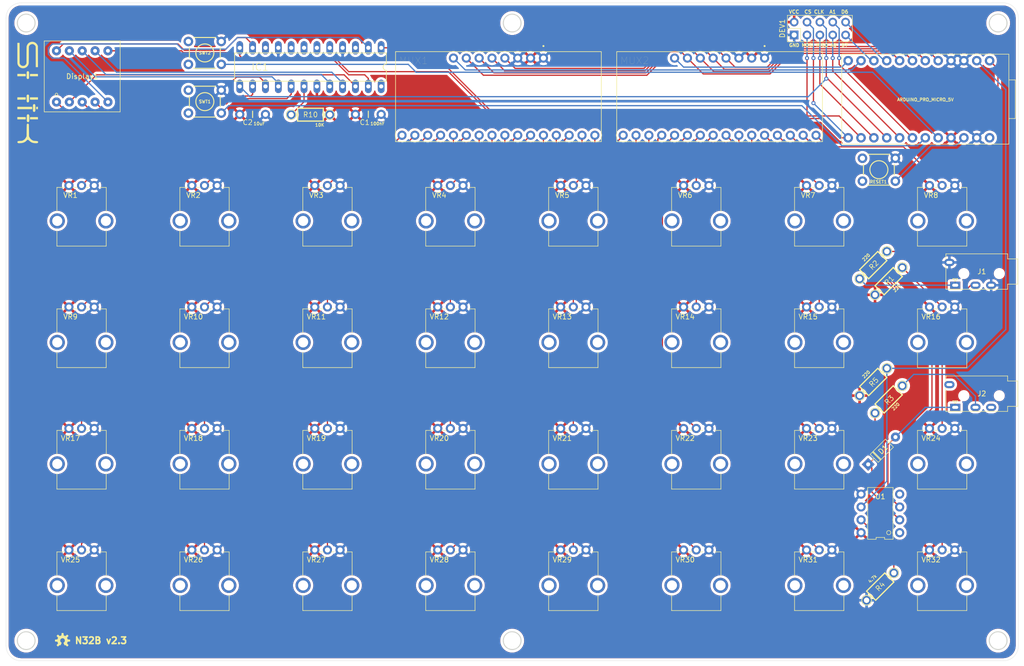
<source format=kicad_pcb>
(kicad_pcb (version 20171130) (host pcbnew "(5.1.10-1-10_14)")
  (title_block (title N32B) (date 2021-05-03) (rev V2.2) (company Shik) (comment 1 https://shik.tech) (comment 2 "CC0 1.0 Universal"))
  (layers (0 F.Cu signal) (31 B.Cu signal) (34 B.Paste user) (35 F.Paste user) (36 B.SilkS user) (37 F.SilkS user) (38 B.Mask user) (39 F.Mask user) (44 Edge.Cuts user))
  (net 0 "")
  (net 1 GND)
  (net 2 SWT1)
  (net 3 SWT2)
  (net 4 S0)
  (net 5 S1)
  (net 6 S2)
  (net 7 S3)
  (net 8 MUX1)
  (net 9 MUX2)
  (net 10 VCC)
  (net 11 "Net-(B1-Pad24)")
  (net 12 DIG1)
  (net 13 SEGG)
  (net 14 SEGB)
  (net 15 SEGDP)
  (net 16 SEGC)
  (net 17 SEGA)
  (net 18 SEGE)
  (net 19 SEGF)
  (net 20 SEGD)
  (net 21 DIG0)
  (net 22 "Net-(IC1-Pad3)")
  (net 23 "Net-(IC1-Pad5)")
  (net 24 "Net-(IC1-Pad6)")
  (net 25 "Net-(IC1-Pad7)")
  (net 26 "Net-(IC1-Pad8)")
  (net 27 "Net-(IC1-Pad10)")
  (net 28 CS)
  (net 29 CLK)
  (net 30 "Net-(IC1-Pad18)")
  (net 31 "Net-(IC1-Pad24)")
  (net 32 R1)
  (net 33 R2)
  (net 34 R9)
  (net 35 R3)
  (net 36 R10)
  (net 37 R4)
  (net 38 R11)
  (net 39 R17)
  (net 40 R18)
  (net 41 R25)
  (net 42 R26)
  (net 43 R19)
  (net 44 R27)
  (net 45 R12)
  (net 46 R20)
  (net 47 R28)
  (net 48 R8)
  (net 49 R16)
  (net 50 R24)
  (net 51 R32)
  (net 52 R7)
  (net 53 R15)
  (net 54 R23)
  (net 55 R31)
  (net 56 R6)
  (net 57 R14)
  (net 58 R22)
  (net 59 R30)
  (net 60 R29)
  (net 61 R21)
  (net 62 R13)
  (net 63 R5)
  (net 64 TX0)
  (net 65 "Net-(J1-PadT)")
  (net 66 "Net-(J1-PadR1)")
  (net 67 RX)
  (net 68 RST)
  (net 69 "Net-(D1-Pad1)")
  (net 70 "Net-(D1-Pad2)")
  (net 71 "Net-(J2-PadS)")
  (net 72 "Net-(J2-PadR1)")
  (net 73 "Net-(J2-PadR2)")
  (net 74 "Net-(R4-PadP$1)")
  (net 75 "Net-(U1-Pad4)")
  (net 76 "Net-(U1-Pad1)")
  (net 77 /Analog1)
  (net 78 MISO)
  (net 79 MOSI)
  (net 80 /Analog0)
  (net 81 /Digital7)
  (net 82 /Digital6)
  (module shik:SHIK-logo (layer F.Cu) (at 32.062 29.876)
    (fp_text reference G*** hide)
    (fp_text value LOGO hide)
  )
  (module Aesthetics:OSHW-LOGO-S (layer F.Cu) (at 39.174 147.986)
    (fp_text reference "" (at 0 0) (layer F.SilkS) (effects (font (size 1.524 1.524))))
    (fp_text value "" (at 0 0) (layer F.SilkS) (effects (font (size 1.524 1.524))))
  )
  (module shik:Potentiometer_R09_B103_Single_Vertical (layer F.Cu) (at 212.932001 137.09 270)
    (fp_text reference VR32 (at -5.07 2.19 180) (layer F.SilkS))
    (fp_text value 10k)
    (pad 1 thru_hole circle (at -7 -2.5) (size 1.8 1.8) (drill 1) (layers *.Cu *.Mask) (net 1 GND))
    (pad 2 thru_hole circle (at -7 0) (size 1.8 1.8) (drill 1) (layers *.Cu *.Mask) (net 51 R32))
    (pad 3 thru_hole circle (at -7 2.5) (size 1.8 1.8) (drill 1) (layers *.Cu *.Mask) (net 10 VCC))
    (pad "" thru_hole circle (at 0 4.8 270) (size 2.99974 2.99974) (drill 1.99898) (layers *.Cu *.Mask))
    (pad "" thru_hole circle (at 0 -4.8 270) (size 2.99974 2.99974) (drill 1.99898) (layers *.Cu *.Mask))
  )
  (module shik:Potentiometer_R09_B103_Single_Vertical (layer F.Cu) (at 188.646001 137.09 270)
    (fp_text reference VR31 (at -5.07 2.19 180) (layer F.SilkS))
    (fp_text value 10k)
    (pad 1 thru_hole circle (at -7 -2.5) (size 1.8 1.8) (drill 1) (layers *.Cu *.Mask) (net 1 GND))
    (pad 2 thru_hole circle (at -7 0) (size 1.8 1.8) (drill 1) (layers *.Cu *.Mask) (net 55 R31))
    (pad 3 thru_hole circle (at -7 2.5) (size 1.8 1.8) (drill 1) (layers *.Cu *.Mask) (net 10 VCC))
    (pad "" thru_hole circle (at 0 4.8 270) (size 2.99974 2.99974) (drill 1.99898) (layers *.Cu *.Mask))
    (pad "" thru_hole circle (at 0 -4.8 270) (size 2.99974 2.99974) (drill 1.99898) (layers *.Cu *.Mask))
  )
  (module shik:Potentiometer_R09_B103_Single_Vertical (layer F.Cu) (at 164.360001 137.09 270)
    (fp_text reference VR30 (at -5.07 2.19 180) (layer F.SilkS))
    (fp_text value 10k)
    (pad 1 thru_hole circle (at -7 -2.5) (size 1.8 1.8) (drill 1) (layers *.Cu *.Mask) (net 1 GND))
    (pad 2 thru_hole circle (at -7 0) (size 1.8 1.8) (drill 1) (layers *.Cu *.Mask) (net 59 R30))
    (pad 3 thru_hole circle (at -7 2.5) (size 1.8 1.8) (drill 1) (layers *.Cu *.Mask) (net 10 VCC))
    (pad "" thru_hole circle (at 0 4.8 270) (size 2.99974 2.99974) (drill 1.99898) (layers *.Cu *.Mask))
    (pad "" thru_hole circle (at 0 -4.8 270) (size 2.99974 2.99974) (drill 1.99898) (layers *.Cu *.Mask))
  )
  (module shik:Potentiometer_R09_B103_Single_Vertical (layer F.Cu) (at 140.074001 137.09 270)
    (fp_text reference VR29 (at -5.07 2.19 180) (layer F.SilkS))
    (fp_text value 10k)
    (pad 1 thru_hole circle (at -7 -2.5) (size 1.8 1.8) (drill 1) (layers *.Cu *.Mask) (net 1 GND))
    (pad 2 thru_hole circle (at -7 0) (size 1.8 1.8) (drill 1) (layers *.Cu *.Mask) (net 60 R29))
    (pad 3 thru_hole circle (at -7 2.5) (size 1.8 1.8) (drill 1) (layers *.Cu *.Mask) (net 10 VCC))
    (pad "" thru_hole circle (at 0 4.8 270) (size 2.99974 2.99974) (drill 1.99898) (layers *.Cu *.Mask))
    (pad "" thru_hole circle (at 0 -4.8 270) (size 2.99974 2.99974) (drill 1.99898) (layers *.Cu *.Mask))
  )
  (module shik:Potentiometer_R09_B103_Single_Vertical (layer F.Cu) (at 115.788002 137.09 270)
    (fp_text reference VR28 (at -5.07 2.19 180) (layer F.SilkS))
    (fp_text value 10k)
    (pad 1 thru_hole circle (at -7 -2.5) (size 1.8 1.8) (drill 1) (layers *.Cu *.Mask) (net 1 GND))
    (pad 2 thru_hole circle (at -7 0) (size 1.8 1.8) (drill 1) (layers *.Cu *.Mask) (net 47 R28))
    (pad 3 thru_hole circle (at -7 2.5) (size 1.8 1.8) (drill 1) (layers *.Cu *.Mask) (net 10 VCC))
    (pad "" thru_hole circle (at 0 4.8 270) (size 2.99974 2.99974) (drill 1.99898) (layers *.Cu *.Mask))
    (pad "" thru_hole circle (at 0 -4.8 270) (size 2.99974 2.99974) (drill 1.99898) (layers *.Cu *.Mask))
  )
  (module shik:Potentiometer_R09_B103_Single_Vertical (layer F.Cu) (at 91.502001 137.09 270)
    (fp_text reference VR27 (at -5.07 2.19 180) (layer F.SilkS))
    (fp_text value 10k)
    (pad 1 thru_hole circle (at -7 -2.5) (size 1.8 1.8) (drill 1) (layers *.Cu *.Mask) (net 1 GND))
    (pad 2 thru_hole circle (at -7 0) (size 1.8 1.8) (drill 1) (layers *.Cu *.Mask) (net 44 R27))
    (pad 3 thru_hole circle (at -7 2.5) (size 1.8 1.8) (drill 1) (layers *.Cu *.Mask) (net 10 VCC))
    (pad "" thru_hole circle (at 0 4.8 270) (size 2.99974 2.99974) (drill 1.99898) (layers *.Cu *.Mask))
    (pad "" thru_hole circle (at 0 -4.8 270) (size 2.99974 2.99974) (drill 1.99898) (layers *.Cu *.Mask))
  )
  (module shik:Potentiometer_R09_B103_Single_Vertical (layer F.Cu) (at 67.216001 137.09 270)
    (fp_text reference VR26 (at -5.07 2.19 180) (layer F.SilkS))
    (fp_text value 10k)
    (pad 1 thru_hole circle (at -7 -2.5) (size 1.8 1.8) (drill 1) (layers *.Cu *.Mask) (net 1 GND))
    (pad 2 thru_hole circle (at -7 0) (size 1.8 1.8) (drill 1) (layers *.Cu *.Mask) (net 42 R26))
    (pad 3 thru_hole circle (at -7 2.5) (size 1.8 1.8) (drill 1) (layers *.Cu *.Mask) (net 10 VCC))
    (pad "" thru_hole circle (at 0 4.8 270) (size 2.99974 2.99974) (drill 1.99898) (layers *.Cu *.Mask))
    (pad "" thru_hole circle (at 0 -4.8 270) (size 2.99974 2.99974) (drill 1.99898) (layers *.Cu *.Mask))
  )
  (module shik:Potentiometer_R09_B103_Single_Vertical (layer F.Cu) (at 212.932001 113.089999 270)
    (fp_text reference VR24 (at -5.07 2.19 180) (layer F.SilkS))
    (fp_text value 10k)
    (pad 1 thru_hole circle (at -7 -2.5) (size 1.8 1.8) (drill 1) (layers *.Cu *.Mask) (net 1 GND))
    (pad 2 thru_hole circle (at -7 0) (size 1.8 1.8) (drill 1) (layers *.Cu *.Mask) (net 50 R24))
    (pad 3 thru_hole circle (at -7 2.5) (size 1.8 1.8) (drill 1) (layers *.Cu *.Mask) (net 10 VCC))
    (pad "" thru_hole circle (at 0 4.8 270) (size 2.99974 2.99974) (drill 1.99898) (layers *.Cu *.Mask))
    (pad "" thru_hole circle (at 0 -4.8 270) (size 2.99974 2.99974) (drill 1.99898) (layers *.Cu *.Mask))
  )
  (module shik:Potentiometer_R09_B103_Single_Vertical (layer F.Cu) (at 188.646001 113.089999 270)
    (fp_text reference VR23 (at -5.07 2.19 180) (layer F.SilkS))
    (fp_text value 10k)
    (pad 1 thru_hole circle (at -7 -2.5) (size 1.8 1.8) (drill 1) (layers *.Cu *.Mask) (net 1 GND))
    (pad 2 thru_hole circle (at -7 0) (size 1.8 1.8) (drill 1) (layers *.Cu *.Mask) (net 54 R23))
    (pad 3 thru_hole circle (at -7 2.5) (size 1.8 1.8) (drill 1) (layers *.Cu *.Mask) (net 10 VCC))
    (pad "" thru_hole circle (at 0 4.8 270) (size 2.99974 2.99974) (drill 1.99898) (layers *.Cu *.Mask))
    (pad "" thru_hole circle (at 0 -4.8 270) (size 2.99974 2.99974) (drill 1.99898) (layers *.Cu *.Mask))
  )
  (module shik:Potentiometer_R09_B103_Single_Vertical (layer F.Cu) (at 164.360001 113.089999 270)
    (fp_text reference VR22 (at -5.07 2.19 180) (layer F.SilkS))
    (fp_text value 10k)
    (pad 1 thru_hole circle (at -7 -2.5) (size 1.8 1.8) (drill 1) (layers *.Cu *.Mask) (net 1 GND))
    (pad 2 thru_hole circle (at -7 0) (size 1.8 1.8) (drill 1) (layers *.Cu *.Mask) (net 58 R22))
    (pad 3 thru_hole circle (at -7 2.5) (size 1.8 1.8) (drill 1) (layers *.Cu *.Mask) (net 10 VCC))
    (pad "" thru_hole circle (at 0 4.8 270) (size 2.99974 2.99974) (drill 1.99898) (layers *.Cu *.Mask))
    (pad "" thru_hole circle (at 0 -4.8 270) (size 2.99974 2.99974) (drill 1.99898) (layers *.Cu *.Mask))
  )
  (module shik:Potentiometer_R09_B103_Single_Vertical (layer F.Cu) (at 140.074001 113.089999 270)
    (fp_text reference VR21 (at -5.07 2.19 180) (layer F.SilkS))
    (fp_text value 10k)
    (pad 1 thru_hole circle (at -7 -2.5) (size 1.8 1.8) (drill 1) (layers *.Cu *.Mask) (net 1 GND))
    (pad 2 thru_hole circle (at -7 0) (size 1.8 1.8) (drill 1) (layers *.Cu *.Mask) (net 61 R21))
    (pad 3 thru_hole circle (at -7 2.5) (size 1.8 1.8) (drill 1) (layers *.Cu *.Mask) (net 10 VCC))
    (pad "" thru_hole circle (at 0 4.8 270) (size 2.99974 2.99974) (drill 1.99898) (layers *.Cu *.Mask))
    (pad "" thru_hole circle (at 0 -4.8 270) (size 2.99974 2.99974) (drill 1.99898) (layers *.Cu *.Mask))
  )
  (module shik:Potentiometer_R09_B103_Single_Vertical (layer F.Cu) (at 115.788002 113.089999 270)
    (fp_text reference VR20 (at -5.07 2.19 180) (layer F.SilkS))
    (fp_text value 10k)
    (pad 1 thru_hole circle (at -7 -2.5) (size 1.8 1.8) (drill 1) (layers *.Cu *.Mask) (net 1 GND))
    (pad 2 thru_hole circle (at -7 0) (size 1.8 1.8) (drill 1) (layers *.Cu *.Mask) (net 46 R20))
    (pad 3 thru_hole circle (at -7 2.5) (size 1.8 1.8) (drill 1) (layers *.Cu *.Mask) (net 10 VCC))
    (pad "" thru_hole circle (at 0 4.8 270) (size 2.99974 2.99974) (drill 1.99898) (layers *.Cu *.Mask))
    (pad "" thru_hole circle (at 0 -4.8 270) (size 2.99974 2.99974) (drill 1.99898) (layers *.Cu *.Mask))
  )
  (module shik:Potentiometer_R09_B103_Single_Vertical (layer F.Cu) (at 91.502001 113.089999 270)
    (fp_text reference VR19 (at -5.07 2.19 180) (layer F.SilkS))
    (fp_text value 10k)
    (pad 1 thru_hole circle (at -7 -2.5) (size 1.8 1.8) (drill 1) (layers *.Cu *.Mask) (net 1 GND))
    (pad 2 thru_hole circle (at -7 0) (size 1.8 1.8) (drill 1) (layers *.Cu *.Mask) (net 43 R19))
    (pad 3 thru_hole circle (at -7 2.5) (size 1.8 1.8) (drill 1) (layers *.Cu *.Mask) (net 10 VCC))
    (pad "" thru_hole circle (at 0 4.8 270) (size 2.99974 2.99974) (drill 1.99898) (layers *.Cu *.Mask))
    (pad "" thru_hole circle (at 0 -4.8 270) (size 2.99974 2.99974) (drill 1.99898) (layers *.Cu *.Mask))
  )
  (module shik:Potentiometer_R09_B103_Single_Vertical (layer F.Cu) (at 67.216001 113.089999 270)
    (fp_text reference VR18 (at -5.07 2.19 180) (layer F.SilkS))
    (fp_text value 10k)
    (pad 1 thru_hole circle (at -7 -2.5) (size 1.8 1.8) (drill 1) (layers *.Cu *.Mask) (net 1 GND))
    (pad 2 thru_hole circle (at -7 0) (size 1.8 1.8) (drill 1) (layers *.Cu *.Mask) (net 40 R18))
    (pad 3 thru_hole circle (at -7 2.5) (size 1.8 1.8) (drill 1) (layers *.Cu *.Mask) (net 10 VCC))
    (pad "" thru_hole circle (at 0 4.8 270) (size 2.99974 2.99974) (drill 1.99898) (layers *.Cu *.Mask))
    (pad "" thru_hole circle (at 0 -4.8 270) (size 2.99974 2.99974) (drill 1.99898) (layers *.Cu *.Mask))
  )
  (module shik:Potentiometer_R09_B103_Single_Vertical (layer F.Cu) (at 42.930001 113.089999 270)
    (fp_text reference VR17 (at -5.07 2.19 180) (layer F.SilkS))
    (fp_text value 10k)
    (pad 1 thru_hole circle (at -7 -2.5) (size 1.8 1.8) (drill 1) (layers *.Cu *.Mask) (net 1 GND))
    (pad 2 thru_hole circle (at -7 0) (size 1.8 1.8) (drill 1) (layers *.Cu *.Mask) (net 39 R17))
    (pad 3 thru_hole circle (at -7 2.5) (size 1.8 1.8) (drill 1) (layers *.Cu *.Mask) (net 10 VCC))
    (pad "" thru_hole circle (at 0 4.8 270) (size 2.99974 2.99974) (drill 1.99898) (layers *.Cu *.Mask))
    (pad "" thru_hole circle (at 0 -4.8 270) (size 2.99974 2.99974) (drill 1.99898) (layers *.Cu *.Mask))
  )
  (module shik:Potentiometer_R09_B103_Single_Vertical (layer F.Cu) (at 212.932001 89.089999 270)
    (fp_text reference VR16 (at -5.07 2.19 180) (layer F.SilkS))
    (fp_text value 10k)
    (pad 1 thru_hole circle (at -7 -2.5) (size 1.8 1.8) (drill 1) (layers *.Cu *.Mask) (net 1 GND))
    (pad 2 thru_hole circle (at -7 0) (size 1.8 1.8) (drill 1) (layers *.Cu *.Mask) (net 49 R16))
    (pad 3 thru_hole circle (at -7 2.5) (size 1.8 1.8) (drill 1) (layers *.Cu *.Mask) (net 10 VCC))
    (pad "" thru_hole circle (at 0 4.8 270) (size 2.99974 2.99974) (drill 1.99898) (layers *.Cu *.Mask))
    (pad "" thru_hole circle (at 0 -4.8 270) (size 2.99974 2.99974) (drill 1.99898) (layers *.Cu *.Mask))
  )
  (module shik:Potentiometer_R09_B103_Single_Vertical (layer F.Cu) (at 188.646001 89.089999 270)
    (fp_text reference VR15 (at -5.07 2.19 180) (layer F.SilkS))
    (fp_text value 10k)
    (pad 1 thru_hole circle (at -7 -2.5) (size 1.8 1.8) (drill 1) (layers *.Cu *.Mask) (net 1 GND))
    (pad 2 thru_hole circle (at -7 0) (size 1.8 1.8) (drill 1) (layers *.Cu *.Mask) (net 53 R15))
    (pad 3 thru_hole circle (at -7 2.5) (size 1.8 1.8) (drill 1) (layers *.Cu *.Mask) (net 10 VCC))
    (pad "" thru_hole circle (at 0 4.8 270) (size 2.99974 2.99974) (drill 1.99898) (layers *.Cu *.Mask))
    (pad "" thru_hole circle (at 0 -4.8 270) (size 2.99974 2.99974) (drill 1.99898) (layers *.Cu *.Mask))
  )
  (module shik:Potentiometer_R09_B103_Single_Vertical (layer F.Cu) (at 164.360001 89.089999 270)
    (fp_text reference VR14 (at -5.07 2.19 180) (layer F.SilkS))
    (fp_text value 10k)
    (pad 1 thru_hole circle (at -7 -2.5) (size 1.8 1.8) (drill 1) (layers *.Cu *.Mask) (net 1 GND))
    (pad 2 thru_hole circle (at -7 0) (size 1.8 1.8) (drill 1) (layers *.Cu *.Mask) (net 57 R14))
    (pad 3 thru_hole circle (at -7 2.5) (size 1.8 1.8) (drill 1) (layers *.Cu *.Mask) (net 10 VCC))
    (pad "" thru_hole circle (at 0 4.8 270) (size 2.99974 2.99974) (drill 1.99898) (layers *.Cu *.Mask))
    (pad "" thru_hole circle (at 0 -4.8 270) (size 2.99974 2.99974) (drill 1.99898) (layers *.Cu *.Mask))
  )
  (module shik:Potentiometer_R09_B103_Single_Vertical (layer F.Cu) (at 140.074001 89.089999 270)
    (fp_text reference VR13 (at -5.07 2.19 180) (layer F.SilkS))
    (fp_text value 10k)
    (pad 1 thru_hole circle (at -7 -2.5) (size 1.8 1.8) (drill 1) (layers *.Cu *.Mask) (net 1 GND))
    (pad 2 thru_hole circle (at -7 0) (size 1.8 1.8) (drill 1) (layers *.Cu *.Mask) (net 62 R13))
    (pad 3 thru_hole circle (at -7 2.5) (size 1.8 1.8) (drill 1) (layers *.Cu *.Mask) (net 10 VCC))
    (pad "" thru_hole circle (at 0 4.8 270) (size 2.99974 2.99974) (drill 1.99898) (layers *.Cu *.Mask))
    (pad "" thru_hole circle (at 0 -4.8 270) (size 2.99974 2.99974) (drill 1.99898) (layers *.Cu *.Mask))
  )
  (module shik:Potentiometer_R09_B103_Single_Vertical (layer F.Cu) (at 115.788002 89.089999 270)
    (fp_text reference VR12 (at -5.07 2.19 180) (layer F.SilkS))
    (fp_text value 10k)
    (pad 1 thru_hole circle (at -7 -2.5) (size 1.8 1.8) (drill 1) (layers *.Cu *.Mask) (net 1 GND))
    (pad 2 thru_hole circle (at -7 0) (size 1.8 1.8) (drill 1) (layers *.Cu *.Mask) (net 45 R12))
    (pad 3 thru_hole circle (at -7 2.5) (size 1.8 1.8) (drill 1) (layers *.Cu *.Mask) (net 10 VCC))
    (pad "" thru_hole circle (at 0 4.8 270) (size 2.99974 2.99974) (drill 1.99898) (layers *.Cu *.Mask))
    (pad "" thru_hole circle (at 0 -4.8 270) (size 2.99974 2.99974) (drill 1.99898) (layers *.Cu *.Mask))
  )
  (module shik:Potentiometer_R09_B103_Single_Vertical (layer F.Cu) (at 91.502001 89.089999 270)
    (fp_text reference VR11 (at -5.07 2.19 180) (layer F.SilkS))
    (fp_text value 10k)
    (pad 1 thru_hole circle (at -7 -2.5) (size 1.8 1.8) (drill 1) (layers *.Cu *.Mask) (net 1 GND))
    (pad 2 thru_hole circle (at -7 0) (size 1.8 1.8) (drill 1) (layers *.Cu *.Mask) (net 38 R11))
    (pad 3 thru_hole circle (at -7 2.5) (size 1.8 1.8) (drill 1) (layers *.Cu *.Mask) (net 10 VCC))
    (pad "" thru_hole circle (at 0 4.8 270) (size 2.99974 2.99974) (drill 1.99898) (layers *.Cu *.Mask))
    (pad "" thru_hole circle (at 0 -4.8 270) (size 2.99974 2.99974) (drill 1.99898) (layers *.Cu *.Mask))
  )
  (module shik:Potentiometer_R09_B103_Single_Vertical (layer F.Cu) (at 67.216001 89.089999 270)
    (fp_text reference VR10 (at -5.07 2.19 180) (layer F.SilkS))
    (fp_text value 10k)
    (pad 1 thru_hole circle (at -7 -2.5) (size 1.8 1.8) (drill 1) (layers *.Cu *.Mask) (net 1 GND))
    (pad 2 thru_hole circle (at -7 0) (size 1.8 1.8) (drill 1) (layers *.Cu *.Mask) (net 36 R10))
    (pad 3 thru_hole circle (at -7 2.5) (size 1.8 1.8) (drill 1) (layers *.Cu *.Mask) (net 10 VCC))
    (pad "" thru_hole circle (at 0 4.8 270) (size 2.99974 2.99974) (drill 1.99898) (layers *.Cu *.Mask))
    (pad "" thru_hole circle (at 0 -4.8 270) (size 2.99974 2.99974) (drill 1.99898) (layers *.Cu *.Mask))
  )
  (module shik:Potentiometer_R09_B103_Single_Vertical (layer F.Cu) (at 42.930001 89.089999 270)
    (fp_text reference VR9 (at -5.07 2.19 180) (layer F.SilkS))
    (fp_text value 10k)
    (pad 1 thru_hole circle (at -7 -2.5) (size 1.8 1.8) (drill 1) (layers *.Cu *.Mask) (net 1 GND))
    (pad 2 thru_hole circle (at -7 0) (size 1.8 1.8) (drill 1) (layers *.Cu *.Mask) (net 34 R9))
    (pad 3 thru_hole circle (at -7 2.5) (size 1.8 1.8) (drill 1) (layers *.Cu *.Mask) (net 10 VCC))
    (pad "" thru_hole circle (at 0 4.8 270) (size 2.99974 2.99974) (drill 1.99898) (layers *.Cu *.Mask))
    (pad "" thru_hole circle (at 0 -4.8 270) (size 2.99974 2.99974) (drill 1.99898) (layers *.Cu *.Mask))
  )
  (module shik:Potentiometer_R09_B103_Single_Vertical (layer F.Cu) (at 212.932001 65.09 270)
    (fp_text reference VR8 (at -5.07 2.19 180) (layer F.SilkS))
    (fp_text value 10k)
    (pad 1 thru_hole circle (at -7 -2.5) (size 1.8 1.8) (drill 1) (layers *.Cu *.Mask) (net 1 GND))
    (pad 2 thru_hole circle (at -7 0) (size 1.8 1.8) (drill 1) (layers *.Cu *.Mask) (net 48 R8))
    (pad 3 thru_hole circle (at -7 2.5) (size 1.8 1.8) (drill 1) (layers *.Cu *.Mask) (net 10 VCC))
    (pad "" thru_hole circle (at 0 4.8 270) (size 2.99974 2.99974) (drill 1.99898) (layers *.Cu *.Mask))
    (pad "" thru_hole circle (at 0 -4.8 270) (size 2.99974 2.99974) (drill 1.99898) (layers *.Cu *.Mask))
  )
  (module shik:Potentiometer_R09_B103_Single_Vertical (layer F.Cu) (at 188.646001 65.09 270)
    (fp_text reference VR7 (at -5.07 2.19 180) (layer F.SilkS))
    (fp_text value 10k)
    (pad 1 thru_hole circle (at -7 -2.5) (size 1.8 1.8) (drill 1) (layers *.Cu *.Mask) (net 1 GND))
    (pad 2 thru_hole circle (at -7 0) (size 1.8 1.8) (drill 1) (layers *.Cu *.Mask) (net 52 R7))
    (pad 3 thru_hole circle (at -7 2.5) (size 1.8 1.8) (drill 1) (layers *.Cu *.Mask) (net 10 VCC))
    (pad "" thru_hole circle (at 0 4.8 270) (size 2.99974 2.99974) (drill 1.99898) (layers *.Cu *.Mask))
    (pad "" thru_hole circle (at 0 -4.8 270) (size 2.99974 2.99974) (drill 1.99898) (layers *.Cu *.Mask))
  )
  (module shik:Potentiometer_R09_B103_Single_Vertical (layer F.Cu) (at 164.360001 65.09 270)
    (fp_text reference VR6 (at -5.07 2.19 180) (layer F.SilkS))
    (fp_text value 10k)
    (pad 1 thru_hole circle (at -7 -2.5) (size 1.8 1.8) (drill 1) (layers *.Cu *.Mask) (net 1 GND))
    (pad 2 thru_hole circle (at -7 0) (size 1.8 1.8) (drill 1) (layers *.Cu *.Mask) (net 56 R6))
    (pad 3 thru_hole circle (at -7 2.5) (size 1.8 1.8) (drill 1) (layers *.Cu *.Mask) (net 10 VCC))
    (pad "" thru_hole circle (at 0 4.8 270) (size 2.99974 2.99974) (drill 1.99898) (layers *.Cu *.Mask))
    (pad "" thru_hole circle (at 0 -4.8 270) (size 2.99974 2.99974) (drill 1.99898) (layers *.Cu *.Mask))
  )
  (module shik:Potentiometer_R09_B103_Single_Vertical (layer F.Cu) (at 140.074001 65.09 270)
    (fp_text reference VR5 (at -5.07 2.19 180) (layer F.SilkS))
    (fp_text value 10k)
    (pad 1 thru_hole circle (at -7 -2.5) (size 1.8 1.8) (drill 1) (layers *.Cu *.Mask) (net 1 GND))
    (pad 2 thru_hole circle (at -7 0) (size 1.8 1.8) (drill 1) (layers *.Cu *.Mask) (net 63 R5))
    (pad 3 thru_hole circle (at -7 2.5) (size 1.8 1.8) (drill 1) (layers *.Cu *.Mask) (net 10 VCC))
    (pad "" thru_hole circle (at 0 4.8 270) (size 2.99974 2.99974) (drill 1.99898) (layers *.Cu *.Mask))
    (pad "" thru_hole circle (at 0 -4.8 270) (size 2.99974 2.99974) (drill 1.99898) (layers *.Cu *.Mask))
  )
  (module shik:Potentiometer_R09_B103_Single_Vertical (layer F.Cu) (at 115.788002 65.09 270)
    (fp_text reference VR4 (at -5.07 2.19 180) (layer F.SilkS))
    (fp_text value 10k)
    (pad 1 thru_hole circle (at -7 -2.5) (size 1.8 1.8) (drill 1) (layers *.Cu *.Mask) (net 1 GND))
    (pad 2 thru_hole circle (at -7 0) (size 1.8 1.8) (drill 1) (layers *.Cu *.Mask) (net 37 R4))
    (pad 3 thru_hole circle (at -7 2.5) (size 1.8 1.8) (drill 1) (layers *.Cu *.Mask) (net 10 VCC))
    (pad "" thru_hole circle (at 0 4.8 270) (size 2.99974 2.99974) (drill 1.99898) (layers *.Cu *.Mask))
    (pad "" thru_hole circle (at 0 -4.8 270) (size 2.99974 2.99974) (drill 1.99898) (layers *.Cu *.Mask))
  )
  (module shik:Potentiometer_R09_B103_Single_Vertical (layer F.Cu) (at 67.216001 65.09 270)
    (fp_text reference VR2 (at -5.07 2.19 180) (layer F.SilkS))
    (fp_text value 10k)
    (pad 1 thru_hole circle (at -7 -2.5) (size 1.8 1.8) (drill 1) (layers *.Cu *.Mask) (net 1 GND))
    (pad 2 thru_hole circle (at -7 0) (size 1.8 1.8) (drill 1) (layers *.Cu *.Mask) (net 33 R2))
    (pad 3 thru_hole circle (at -7 2.5) (size 1.8 1.8) (drill 1) (layers *.Cu *.Mask) (net 10 VCC))
    (pad "" thru_hole circle (at 0 4.8 270) (size 2.99974 2.99974) (drill 1.99898) (layers *.Cu *.Mask))
    (pad "" thru_hole circle (at 0 -4.8 270) (size 2.99974 2.99974) (drill 1.99898) (layers *.Cu *.Mask))
  )
  (module shik:Potentiometer_R09_B103_Single_Vertical (layer F.Cu) (at 91.502001 65.09 270)
    (fp_text reference VR3 (at -5.07 2.19 180) (layer F.SilkS))
    (fp_text value 10k)
    (pad 1 thru_hole circle (at -7 -2.5) (size 1.8 1.8) (drill 1) (layers *.Cu *.Mask) (net 1 GND))
    (pad 2 thru_hole circle (at -7 0) (size 1.8 1.8) (drill 1) (layers *.Cu *.Mask) (net 35 R3))
    (pad 3 thru_hole circle (at -7 2.5) (size 1.8 1.8) (drill 1) (layers *.Cu *.Mask) (net 10 VCC))
    (pad "" thru_hole circle (at 0 4.8 270) (size 2.99974 2.99974) (drill 1.99898) (layers *.Cu *.Mask))
    (pad "" thru_hole circle (at 0 -4.8 270) (size 2.99974 2.99974) (drill 1.99898) (layers *.Cu *.Mask))
  )
  (module shik:Potentiometer_R09_B103_Single_Vertical (layer F.Cu) (at 42.930001 137.09 270)
    (fp_text reference VR25 (at -5.07 2.19 180) (layer F.SilkS))
    (fp_text value 10k)
    (pad 1 thru_hole circle (at -7 -2.5) (size 1.8 1.8) (drill 1) (layers *.Cu *.Mask) (net 1 GND))
    (pad 2 thru_hole circle (at -7 0) (size 1.8 1.8) (drill 1) (layers *.Cu *.Mask) (net 41 R25))
    (pad 3 thru_hole circle (at -7 2.5) (size 1.8 1.8) (drill 1) (layers *.Cu *.Mask) (net 10 VCC))
    (pad "" thru_hole circle (at 0 4.8 270) (size 2.99974 2.99974) (drill 1.99898) (layers *.Cu *.Mask))
    (pad "" thru_hole circle (at 0 -4.8 270) (size 2.99974 2.99974) (drill 1.99898) (layers *.Cu *.Mask))
  )
  (module shik:Potentiometer_R09_B103_Single_Vertical (layer F.Cu) (at 42.930001 65.09 270)
    (fp_text reference VR1 (at -5.07 2.19 180) (layer F.SilkS))
    (fp_text value 10k)
    (pad 1 thru_hole circle (at -7 -2.5) (size 1.8 1.8) (drill 1) (layers *.Cu *.Mask) (net 1 GND))
    (pad 2 thru_hole circle (at -7 0) (size 1.8 1.8) (drill 1) (layers *.Cu *.Mask) (net 32 R1))
    (pad 3 thru_hole circle (at -7 2.5) (size 1.8 1.8) (drill 1) (layers *.Cu *.Mask) (net 10 VCC))
    (pad "" thru_hole circle (at 0 4.8 270) (size 2.99974 2.99974) (drill 1.99898) (layers *.Cu *.Mask))
    (pad "" thru_hole circle (at 0 -4.8 270) (size 2.99974 2.99974) (drill 1.99898) (layers *.Cu *.Mask))
  )
  (module shik:XDCR_BOB-09056 (layer F.Cu) (at 168.968 40.544 270)
    (fp_text reference MUX2 (at -7.112 16.764) (layer F.SilkS) (effects (font (size 1.4 1.4) (thickness 0.015))))
    (fp_text value 16-CHANNEL-ANALOG-MULTIPLEXER hide)
    (pad 9 thru_hole circle (at 7.62 19.05 270) (size 1.8 1.8) (drill 1.02) (layers *.Cu *.Mask) (net 63 R5))
    (pad 10 thru_hole circle (at 7.62 16.51 270) (size 1.8 1.8) (drill 1.02) (layers *.Cu *.Mask) (net 62 R13))
    (pad 11 thru_hole circle (at 7.62 13.97 270) (size 1.8 1.8) (drill 1.02) (layers *.Cu *.Mask) (net 61 R21))
    (pad 12 thru_hole circle (at 7.62 11.43 270) (size 1.8 1.8) (drill 1.02) (layers *.Cu *.Mask) (net 60 R29))
    (pad 13 thru_hole circle (at 7.62 8.89 270) (size 1.8 1.8) (drill 1.02) (layers *.Cu *.Mask) (net 59 R30))
    (pad 14 thru_hole circle (at 7.62 6.35 270) (size 1.8 1.8) (drill 1.02) (layers *.Cu *.Mask) (net 58 R22))
    (pad 15 thru_hole circle (at 7.62 3.81 270) (size 1.8 1.8) (drill 1.02) (layers *.Cu *.Mask) (net 57 R14))
    (pad 16 thru_hole circle (at 7.62 1.27 270) (size 1.8 1.8) (drill 1.02) (layers *.Cu *.Mask) (net 56 R6))
    (pad 17 thru_hole circle (at 7.62 -1.27 270) (size 1.8 1.8) (drill 1.02) (layers *.Cu *.Mask) (net 55 R31))
    (pad 18 thru_hole circle (at 7.62 -3.81 270) (size 1.8 1.8) (drill 1.02) (layers *.Cu *.Mask) (net 54 R23))
    (pad 19 thru_hole circle (at 7.62 -6.35 270) (size 1.8 1.8) (drill 1.02) (layers *.Cu *.Mask) (net 53 R15))
    (pad 20 thru_hole circle (at 7.62 -8.89 270) (size 1.8 1.8) (drill 1.02) (layers *.Cu *.Mask) (net 52 R7))
    (pad 21 thru_hole circle (at 7.62 -11.43 270) (size 1.8 1.8) (drill 1.02) (layers *.Cu *.Mask) (net 51 R32))
    (pad 22 thru_hole circle (at 7.62 -13.97 270) (size 1.8 1.8) (drill 1.02) (layers *.Cu *.Mask) (net 50 R24))
    (pad 23 thru_hole circle (at 7.62 -16.51 270) (size 1.8 1.8) (drill 1.02) (layers *.Cu *.Mask) (net 49 R16))
    (pad 24 thru_hole circle (at 7.62 -19.05 270) (size 1.8 1.8) (drill 1.02) (layers *.Cu *.Mask) (net 48 R8))
    (pad 8 thru_hole circle (at -7.62 8.89 270) (size 1.8 1.8) (drill 1.02) (layers *.Cu *.Mask) (net 9 MUX2))
    (pad 7 thru_hole circle (at -7.62 6.35 270) (size 1.8 1.8) (drill 1.02) (layers *.Cu *.Mask) (net 7 S3))
    (pad 6 thru_hole circle (at -7.62 3.81 270) (size 1.8 1.8) (drill 1.02) (layers *.Cu *.Mask) (net 6 S2))
    (pad 5 thru_hole circle (at -7.62 1.27 270) (size 1.8 1.8) (drill 1.02) (layers *.Cu *.Mask) (net 5 S1))
    (pad 4 thru_hole circle (at -7.62 -1.27 270) (size 1.8 1.8) (drill 1.02) (layers *.Cu *.Mask) (net 4 S0))
    (pad 3 thru_hole circle (at -7.62 -3.81 270) (size 1.8 1.8) (drill 1.02) (layers *.Cu *.Mask) (net 1 GND))
    (pad 2 thru_hole circle (at -7.62 -6.35 270) (size 1.8 1.8) (drill 1.02) (layers *.Cu *.Mask) (net 10 VCC))
    (pad 1 thru_hole circle (at -7.62 -8.89 270) (size 1.8 1.8) (drill 1.02) (layers *.Cu *.Mask) (net 1 GND))
  )
  (module shik:XDCR_BOB-09056 (layer F.Cu) (at 125.28 40.544 270)
    (fp_text reference MUX1 (at -7.112 16.764) (layer F.SilkS) (effects (font (size 1.4 1.4) (thickness 0.015))))
    (fp_text value 16-CHANNEL-ANALOG-MULTIPLEXER hide)
    (pad 9 thru_hole circle (at 7.62 19.05 270) (size 1.8 1.8) (drill 1.02) (layers *.Cu *.Mask) (net 32 R1))
    (pad 10 thru_hole circle (at 7.62 16.51 270) (size 1.8 1.8) (drill 1.02) (layers *.Cu *.Mask) (net 33 R2))
    (pad 11 thru_hole circle (at 7.62 13.97 270) (size 1.8 1.8) (drill 1.02) (layers *.Cu *.Mask) (net 34 R9))
    (pad 12 thru_hole circle (at 7.62 11.43 270) (size 1.8 1.8) (drill 1.02) (layers *.Cu *.Mask) (net 35 R3))
    (pad 13 thru_hole circle (at 7.62 8.89 270) (size 1.8 1.8) (drill 1.02) (layers *.Cu *.Mask) (net 36 R10))
    (pad 14 thru_hole circle (at 7.62 6.35 270) (size 1.8 1.8) (drill 1.02) (layers *.Cu *.Mask) (net 38 R11))
    (pad 15 thru_hole circle (at 7.62 3.81 270) (size 1.8 1.8) (drill 1.02) (layers *.Cu *.Mask) (net 37 R4))
    (pad 16 thru_hole circle (at 7.62 1.27 270) (size 1.8 1.8) (drill 1.02) (layers *.Cu *.Mask) (net 39 R17))
    (pad 17 thru_hole circle (at 7.62 -1.27 270) (size 1.8 1.8) (drill 1.02) (layers *.Cu *.Mask) (net 40 R18))
    (pad 18 thru_hole circle (at 7.62 -3.81 270) (size 1.8 1.8) (drill 1.02) (layers *.Cu *.Mask) (net 41 R25))
    (pad 19 thru_hole circle (at 7.62 -6.35 270) (size 1.8 1.8) (drill 1.02) (layers *.Cu *.Mask) (net 42 R26))
    (pad 20 thru_hole circle (at 7.62 -8.89 270) (size 1.8 1.8) (drill 1.02) (layers *.Cu *.Mask) (net 43 R19))
    (pad 21 thru_hole circle (at 7.62 -11.43 270) (size 1.8 1.8) (drill 1.02) (layers *.Cu *.Mask) (net 44 R27))
    (pad 22 thru_hole circle (at 7.62 -13.97 270) (size 1.8 1.8) (drill 1.02) (layers *.Cu *.Mask) (net 45 R12))
    (pad 23 thru_hole circle (at 7.62 -16.51 270) (size 1.8 1.8) (drill 1.02) (layers *.Cu *.Mask) (net 46 R20))
    (pad 24 thru_hole circle (at 7.62 -19.05 270) (size 1.8 1.8) (drill 1.02) (layers *.Cu *.Mask) (net 47 R28))
    (pad 8 thru_hole circle (at -7.62 8.89 270) (size 1.8 1.8) (drill 1.02) (layers *.Cu *.Mask) (net 8 MUX1))
    (pad 7 thru_hole circle (at -7.62 6.35 270) (size 1.8 1.8) (drill 1.02) (layers *.Cu *.Mask) (net 7 S3))
    (pad 6 thru_hole circle (at -7.62 3.81 270) (size 1.8 1.8) (drill 1.02) (layers *.Cu *.Mask) (net 6 S2))
    (pad 5 thru_hole circle (at -7.62 1.27 270) (size 1.8 1.8) (drill 1.02) (layers *.Cu *.Mask) (net 5 S1))
    (pad 4 thru_hole circle (at -7.62 -1.27 270) (size 1.8 1.8) (drill 1.02) (layers *.Cu *.Mask) (net 4 S0))
    (pad 3 thru_hole circle (at -7.62 -3.81 270) (size 1.8 1.8) (drill 1.02) (layers *.Cu *.Mask) (net 1 GND))
    (pad 2 thru_hole circle (at -7.62 -6.35 270) (size 1.8 1.8) (drill 1.02) (layers *.Cu *.Mask) (net 10 VCC))
    (pad 1 thru_hole circle (at -7.62 -8.89 270) (size 1.8 1.8) (drill 1.02) (layers *.Cu *.Mask) (net 1 GND))
  )
  (module Connector_PinHeader_2.54mm:PinHeader_2x05_P2.54mm_Vertical (layer F.Cu) (at 183.7 28.352 90)
    (fp_text reference DEV1 (at 1.27 -2.33 90) (layer F.SilkS))
    (fp_text value "GND VCC CS MOSI MISO CLK A0 A1  D6  D7" hide)
    (pad 1 thru_hole rect (at 0 0 90) (size 1.7 1.7) (drill 1) (layers *.Cu *.Mask) (net 1 GND))
    (pad 2 thru_hole oval (at 2.54 0 90) (size 1.7 1.7) (drill 1) (layers *.Cu *.Mask) (net 10 VCC))
    (pad 3 thru_hole oval (at 0 2.54 90) (size 1.7 1.7) (drill 1) (layers *.Cu *.Mask) (net 79 MOSI))
    (pad 4 thru_hole oval (at 2.54 2.54 90) (size 1.7 1.7) (drill 1) (layers *.Cu *.Mask) (net 28 CS))
    (pad 5 thru_hole oval (at 0 5.08 90) (size 1.7 1.7) (drill 1) (layers *.Cu *.Mask) (net 78 MISO))
    (pad 6 thru_hole oval (at 2.54 5.08 90) (size 1.7 1.7) (drill 1) (layers *.Cu *.Mask) (net 29 CLK))
    (pad 7 thru_hole oval (at 0 7.62 90) (size 1.7 1.7) (drill 1) (layers *.Cu *.Mask) (net 80 /Analog0))
    (pad 8 thru_hole oval (at 2.54 7.62 90) (size 1.7 1.7) (drill 1) (layers *.Cu *.Mask) (net 77 /Analog1))
    (pad 9 thru_hole oval (at 0 10.16 90) (size 1.7 1.7) (drill 1) (layers *.Cu *.Mask) (net 81 /Digital7))
    (pad 10 thru_hole oval (at 2.54 10.16 90) (size 1.7 1.7) (drill 1) (layers *.Cu *.Mask) (net 82 /Digital6))
  )
  (module shik:CAP-PTH-5.08 (layer F.Cu) (at 76.718 44.036)
    (fp_text reference C2 (at -0.968 1.588 180) (layer F.SilkS) (effects (font (thickness 0.127))))
    (fp_text value 10uF (at 1.318 1.842 180) (layer F.SilkS) (effects (font (size 0.6096 0.6096) (thickness 0.127))))
    (pad 1 thru_hole circle (at -2.54 0) (size 1.8 1.8) (drill 1) (layers *.Cu *.Mask) (net 10 VCC))
    (pad 2 thru_hole circle (at 2.54 0) (size 1.8 1.8) (drill 1) (layers *.Cu *.Mask) (net 1 GND))
  )
  (module shik:CAP-PTH-5.08 (layer F.Cu) (at 99.578 44.036)
    (fp_text reference C1 (at -0.714 1.588 180) (layer F.SilkS) (effects (font (thickness 0.127))))
    (fp_text value 100nF (at 1.826 1.842 180) (layer F.SilkS) (effects (font (size 0.6096 0.6096) (thickness 0.127))))
    (pad 1 thru_hole circle (at -2.54 0) (size 1.8 1.8) (drill 1) (layers *.Cu *.Mask) (net 10 VCC))
    (pad 2 thru_hole circle (at 2.54 0) (size 1.8 1.8) (drill 1) (layers *.Cu *.Mask) (net 1 GND))
  )
  (module shik:7-Segment-2-Digits-0.36inch (layer F.Cu) (at 43.058 36.542)
    (fp_text reference Display1 (at 0 0 180) (layer F.SilkS))
    (fp_text value 7-segment-2digit-0.36inch-display hide)
    (pad 10 thru_hole circle (at -5.08 -5.06) (size 1.8 1.8) (drill 0.762) (layers *.Cu *.Mask) (net 12 DIG1))
    (pad 1 thru_hole circle (at -5.08 5.06) (size 1.8 1.8) (drill 0.762) (layers *.Cu *.Mask) (net 13 SEGG))
    (pad 9 thru_hole circle (at -2.54 -5.06) (size 1.8 1.8) (drill 0.762) (layers *.Cu *.Mask) (net 14 SEGB))
    (pad 2 thru_hole circle (at -2.54 5.06) (size 1.8 1.8) (drill 0.762) (layers *.Cu *.Mask) (net 15 SEGDP))
    (pad 8 thru_hole circle (at 0 -5.06) (size 1.8 1.8) (drill 0.762) (layers *.Cu *.Mask) (net 16 SEGC))
    (pad 3 thru_hole circle (at 0 5.06) (size 1.8 1.8) (drill 0.762) (layers *.Cu *.Mask) (net 17 SEGA))
    (pad 7 thru_hole circle (at 2.54 -5.06) (size 1.8 1.8) (drill 0.762) (layers *.Cu *.Mask) (net 18 SEGE))
    (pad 4 thru_hole circle (at 2.54 5.06) (size 1.8 1.8) (drill 0.762) (layers *.Cu *.Mask) (net 19 SEGF))
    (pad 6 thru_hole circle (at 5.08 -5.06) (size 1.8 1.8) (drill 0.762) (layers *.Cu *.Mask) (net 20 SEGD))
    (pad 5 thru_hole circle (at 5.08 5.06) (size 1.8 1.8) (drill 0.762) (layers *.Cu *.Mask) (net 21 DIG0))
  )
  (module shik:D_DO-35_SOD27_P7.62mm_Horizontal (layer F.Cu) (at 198.323 113.177 45)
    (fp_text reference D1 (at 4.140199 0 45) (layer F.SilkS))
    (fp_text value 1N914)
    (pad 2 thru_hole oval (at 7.62 0 45) (size 1.8 1.8) (drill 0.8) (layers *.Cu *.Mask) (net 70 "Net-(D1-Pad2)"))
    (pad 1 thru_hole rect (at 0 0 45) (size 1.8 1.8) (drill 0.8) (layers *.Cu *.Mask) (net 69 "Net-(D1-Pad1)"))
  )
  (module shik:6n138 (layer F.Cu) (at 200.7307 122.8654 90)
    (fp_text reference U1 (at 3.3274 -0.0127) (layer F.SilkS))
    (fp_text value 6N138)
    (pad 4 thru_hole circle (at 3.81 3.81 90) (size 1.8 1.8) (drill 1) (layers *.Cu *.Mask) (net 75 "Net-(U1-Pad4)"))
    (pad 5 thru_hole circle (at 3.81 -3.81 90) (size 1.8 1.8) (drill 1) (layers *.Cu *.Mask) (net 1 GND))
    (pad 3 thru_hole circle (at 1.27 3.81 90) (size 1.8 1.8) (drill 1) (layers *.Cu *.Mask) (net 70 "Net-(D1-Pad2)"))
    (pad 6 thru_hole circle (at 1.27 -3.81 90) (size 1.8 1.8) (drill 1) (layers *.Cu *.Mask) (net 67 RX))
    (pad 2 thru_hole circle (at -1.27 3.81 90) (size 1.8 1.8) (drill 1) (layers *.Cu *.Mask) (net 69 "Net-(D1-Pad1)"))
    (pad 7 thru_hole circle (at -1.27 -3.81 90) (size 1.8 1.8) (drill 1) (layers *.Cu *.Mask) (net 74 "Net-(R4-PadP$1)"))
    (pad 1 thru_hole circle (at -3.81 3.81 90) (size 1.8 1.8) (drill 1) (layers *.Cu *.Mask) (net 76 "Net-(U1-Pad1)"))
    (pad 8 thru_hole circle (at -3.81 -3.81 90) (size 1.8 1.8) (drill 1) (layers *.Cu *.Mask) (net 10 VCC))
  )
  (module Resistors:AXIAL-0.3-KIT (layer F.Cu) (at 199.321 73.818 45)
    (fp_text reference R2 (at 0.089803 0.089803 45) (layer F.SilkS) (effects (font (thickness 0.127))))
    (fp_text value 220 (at 0.089803 -2.065459 45) (layer F.SilkS) (effects (font (size 0.6096 0.6096) (thickness 0.127))))
    (pad P$2 thru_hole circle (at 3.81 0 45) (size 2.032 2.032) (drill 1.016) (layers *.Cu *.Mask) (net 64 TX0))
    (pad P$1 thru_hole circle (at -3.81 0 45) (size 2.032 2.032) (drill 1.016) (layers *.Cu *.Mask) (net 65 "Net-(J1-PadT)"))
  )
  (module Resistors:AXIAL-0.3-KIT (layer F.Cu) (at 202.369 76.993 225)
    (fp_text reference R1 (at -0.179605 0 45) (layer F.SilkS) (effects (font (thickness 0.127))))
    (fp_text value 220 (at -0.179605 -2.155261 45) (layer F.SilkS) (effects (font (size 0.6096 0.6096) (thickness 0.127))))
    (pad P$2 thru_hole circle (at 3.81 0 225) (size 2.032 2.032) (drill 1.016) (layers *.Cu *.Mask) (net 10 VCC))
    (pad P$1 thru_hole circle (at -3.81 0 225) (size 2.032 2.032) (drill 1.016) (layers *.Cu *.Mask) (net 66 "Net-(J1-PadR1)"))
  )
  (module Resistors:AXIAL-0.3-KIT (layer F.Cu) (at 88.148 44.096 180)
    (fp_text reference R10 (at 0 -0.004) (layer F.SilkS) (effects (font (thickness 0.127))))
    (fp_text value 10K (at -1.826 -2.036) (layer F.SilkS) (effects (font (size 0.6096 0.6096) (thickness 0.127))))
    (pad P$2 thru_hole circle (at 3.81 0 180) (size 2.032 2.032) (drill 1.016) (layers *.Cu *.Mask) (net 30 "Net-(IC1-Pad18)"))
    (pad P$1 thru_hole circle (at -3.81 0 180) (size 2.032 2.032) (drill 1.016) (layers *.Cu *.Mask) (net 10 VCC))
  )
  (module Resistors:AXIAL-0.3-KIT (layer F.Cu) (at 202.369 100.352 225)
    (fp_text reference R3 (at 0.006364 -0.185969 45) (layer F.SilkS) (effects (font (thickness 0.127))))
    (fp_text value 220 (at 0.006364 -1.98202 45) (layer F.SilkS) (effects (font (size 0.6096 0.6096) (thickness 0.127))))
    (pad P$2 thru_hole circle (at 3.81 0 225) (size 2.032 2.032) (drill 1.016) (layers *.Cu *.Mask) (net 69 "Net-(D1-Pad1)"))
    (pad P$1 thru_hole circle (at -3.81 0 225) (size 2.032 2.032) (drill 1.016) (layers *.Cu *.Mask) (net 72 "Net-(J2-PadR1)"))
  )
  (module Resistors:AXIAL-0.3-KIT (layer F.Cu) (at 200.698 137.327 225)
    (fp_text reference R4 (at -0.020506 -0.007778 45) (layer F.SilkS) (effects (font (thickness 0.127))))
    (fp_text value 4.7k (at -0.020506 2.147483 45) (layer F.SilkS) (effects (font (size 0.6096 0.6096) (thickness 0.127))))
    (pad P$2 thru_hole circle (at 3.81 0 225) (size 2.032 2.032) (drill 1.016) (layers *.Cu *.Mask) (net 1 GND))
    (pad P$1 thru_hole circle (at -3.81 0 225) (size 2.032 2.032) (drill 1.016) (layers *.Cu *.Mask) (net 74 "Net-(R4-PadP$1)"))
  )
  (module Resistors:AXIAL-0.3-KIT (layer F.Cu) (at 199.321 96.902 45)
    (fp_text reference R5 (at 0.068589 0.111016 45) (layer F.SilkS) (effects (font (thickness 0.127))))
    (fp_text value 220 (at 0.068589 -2.044246 45) (layer F.SilkS) (effects (font (size 0.6096 0.6096) (thickness 0.127))))
    (pad P$2 thru_hole circle (at 3.81 0 45) (size 2.032 2.032) (drill 1.016) (layers *.Cu *.Mask) (net 67 RX))
    (pad P$1 thru_hole circle (at -3.81 0 45) (size 2.032 2.032) (drill 1.016) (layers *.Cu *.Mask) (net 10 VCC))
  )
  (module shik:Jack_3.5mm_Horizontal (layer F.Cu) (at 220.768 75.088 270)
    (fp_text reference J1 (at 0 0) (layer F.SilkS))
    (fp_text value AudioJack4 hide)
    (pad "" np_thru_hole circle (at 0.4 3.55) (size 1.2 1.2) (drill 1.2) (layers *.Cu *.Mask))
    (pad "" np_thru_hole circle (at 0.4 -3.45) (size 1.2 1.2) (drill 1.2) (layers *.Cu *.Mask))
    (pad R2 thru_hole oval (at 2.7 -1.85) (size 2 1.4) (drill oval 1.2 0.6) (layers *.Cu *.Mask) (net 1 GND))
    (pad R1 thru_hole oval (at 2.7 1.25) (size 2 1.4) (drill oval 1.2 0.6) (layers *.Cu *.Mask) (net 66 "Net-(J1-PadR1)"))
    (pad T thru_hole rect (at 2.7 5.25) (size 2 1.4) (drill oval 1.2 0.6) (layers *.Cu *.Mask) (net 65 "Net-(J1-PadT)"))
    (pad S thru_hole oval (at -1.8 6.4) (size 2 1.4) (drill oval 1.2 0.6) (layers *.Cu *.Mask) (net 1 GND))
  )
  (module MountingHole:MountingHole_3.2mm_M3 (layer F.Cu) (at 127.966 147.962)
    (fp_text reference H6 hide)
    (fp_text value MountingHole)
    (pad 1 np_thru_hole circle (at 0 0) (size 3.2 3.2) (drill 3.2) (layers *.Cu *.Mask))
  )
  (module MountingHole:MountingHole_3.2mm_M3 (layer F.Cu) (at 127.966 25.962)
    (fp_text reference H5 hide)
    (fp_text value MountingHole)
    (pad 1 np_thru_hole circle (at 0 0) (size 3.2 3.2) (drill 3.2) (layers *.Cu *.Mask))
  )
  (module MountingHole:MountingHole_3.2mm_M3 (layer F.Cu) (at 223.966 147.962)
    (fp_text reference H4 hide)
    (fp_text value MountingHole)
    (pad 1 np_thru_hole circle (at 0 0) (size 3.2 3.2) (drill 3.2) (layers *.Cu *.Mask))
  )
  (module MountingHole:MountingHole_3.2mm_M3 (layer F.Cu) (at 31.966 147.962)
    (fp_text reference H3 hide)
    (fp_text value MountingHole)
    (pad 1 np_thru_hole circle (at 0 0) (size 3.2 3.2) (drill 3.2) (layers *.Cu *.Mask))
  )
  (module MountingHole:MountingHole_3.2mm_M3 (layer F.Cu) (at 223.966 25.962)
    (fp_text reference H2 hide)
    (fp_text value MountingHole)
    (pad 1 np_thru_hole circle (at 0 0) (size 3.2 3.2) (drill 3.2) (layers *.Cu *.Mask))
  )
  (module MountingHole:MountingHole_3.2mm_M3 (layer F.Cu) (at 31.966 25.962)
    (fp_text reference H1 hide)
    (fp_text value MountingHole)
    (pad 1 np_thru_hole circle (at 0 0) (size 3.2 3.2) (drill 3.2) (layers *.Cu *.Mask))
  )
  (module MAX7219CNG:DIL24-3 (layer F.Cu) (at 88.148 34.702 180)
    (fp_text reference IC1 (at 9.95 0 180) (layer F.SilkS) (effects (font (size 1.401346 1.401346) (thickness 0.127))))
    (fp_text value MAX7219CNG)
    (pad 24 thru_hole oval (at -13.97 -3.81 180) (size 1.3208 2.6416) (drill 0.8128) (layers *.Cu *.Mask) (net 31 "Net-(IC1-Pad24)"))
    (pad 23 thru_hole oval (at -11.43 -3.81 180) (size 1.3208 2.6416) (drill 0.8128) (layers *.Cu *.Mask) (net 20 SEGD))
    (pad 22 thru_hole oval (at -8.89 -3.81 180) (size 1.3208 2.6416) (drill 0.8128) (layers *.Cu *.Mask) (net 15 SEGDP))
    (pad 21 thru_hole oval (at -6.35 -3.81 180) (size 1.3208 2.6416) (drill 0.8128) (layers *.Cu *.Mask) (net 18 SEGE))
    (pad 20 thru_hole oval (at -3.81 -3.81 180) (size 1.3208 2.6416) (drill 0.8128) (layers *.Cu *.Mask) (net 16 SEGC))
    (pad 19 thru_hole oval (at -1.27 -3.81 180) (size 1.3208 2.6416) (drill 0.8128) (layers *.Cu *.Mask) (net 10 VCC))
    (pad 18 thru_hole oval (at 1.27 -3.81 180) (size 1.3208 2.6416) (drill 0.8128) (layers *.Cu *.Mask) (net 30 "Net-(IC1-Pad18)"))
    (pad 17 thru_hole oval (at 3.81 -3.81 180) (size 1.3208 2.6416) (drill 0.8128) (layers *.Cu *.Mask) (net 13 SEGG))
    (pad 16 thru_hole oval (at 6.35 -3.81 180) (size 1.3208 2.6416) (drill 0.8128) (layers *.Cu *.Mask) (net 14 SEGB))
    (pad 15 thru_hole oval (at 8.89 -3.81 180) (size 1.3208 2.6416) (drill 0.8128) (layers *.Cu *.Mask) (net 19 SEGF))
    (pad 14 thru_hole oval (at 11.43 -3.81 180) (size 1.3208 2.6416) (drill 0.8128) (layers *.Cu *.Mask) (net 17 SEGA))
    (pad 13 thru_hole oval (at 13.97 -3.81 180) (size 1.3208 2.6416) (drill 0.8128) (layers *.Cu *.Mask) (net 29 CLK))
    (pad 12 thru_hole oval (at 13.97 3.81 180) (size 1.3208 2.6416) (drill 0.8128) (layers *.Cu *.Mask) (net 28 CS))
    (pad 11 thru_hole oval (at 11.43 3.81 180) (size 1.3208 2.6416) (drill 0.8128) (layers *.Cu *.Mask) (net 12 DIG1))
    (pad 10 thru_hole oval (at 8.89 3.81 180) (size 1.3208 2.6416) (drill 0.8128) (layers *.Cu *.Mask) (net 27 "Net-(IC1-Pad10)"))
    (pad 9 thru_hole oval (at 6.35 3.81 180) (size 1.3208 2.6416) (drill 0.8128) (layers *.Cu *.Mask) (net 1 GND))
    (pad 8 thru_hole oval (at 3.81 3.81 180) (size 1.3208 2.6416) (drill 0.8128) (layers *.Cu *.Mask) (net 26 "Net-(IC1-Pad8)"))
    (pad 7 thru_hole oval (at 1.27 3.81 180) (size 1.3208 2.6416) (drill 0.8128) (layers *.Cu *.Mask) (net 25 "Net-(IC1-Pad7)"))
    (pad 6 thru_hole oval (at -1.27 3.81 180) (size 1.3208 2.6416) (drill 0.8128) (layers *.Cu *.Mask) (net 24 "Net-(IC1-Pad6)"))
    (pad 5 thru_hole oval (at -3.81 3.81 180) (size 1.3208 2.6416) (drill 0.8128) (layers *.Cu *.Mask) (net 23 "Net-(IC1-Pad5)"))
    (pad 4 thru_hole oval (at -6.35 3.81 180) (size 1.3208 2.6416) (drill 0.8128) (layers *.Cu *.Mask) (net 1 GND))
    (pad 3 thru_hole oval (at -8.89 3.81 180) (size 1.3208 2.6416) (drill 0.8128) (layers *.Cu *.Mask) (net 22 "Net-(IC1-Pad3)"))
    (pad 2 thru_hole oval (at -11.43 3.81 180) (size 1.3208 2.6416) (drill 0.8128) (layers *.Cu *.Mask) (net 21 DIG0))
    (pad 1 thru_hole oval (at -13.97 3.81 180) (size 1.3208 2.6416) (drill 0.8128) (layers *.Cu *.Mask) (net 79 MOSI))
  )
  (module Switches:TACTILE_SWITCH_PTH_6.0MM (layer F.Cu) (at 67.28418 41.52444 180)
    (fp_text reference SWT1 (at 0 0) (layer F.SilkS) (effects (font (size 0.6096 0.6096) (thickness 0.127))))
    (fp_text value MOMENTARY-SWITCH-SPST-PTH-6.0MM hide)
    (pad 4 thru_hole circle (at 3.2512 2.2606 180) (size 1.8796 1.8796) (drill 1.016) (layers *.Cu *.Mask))
    (pad 3 thru_hole circle (at -3.2512 2.2606 180) (size 1.8796 1.8796) (drill 1.016) (layers *.Cu *.Mask) (net 1 GND))
    (pad 2 thru_hole circle (at 3.2512 -2.2606 180) (size 1.8796 1.8796) (drill 1.016) (layers *.Cu *.Mask))
    (pad 1 thru_hole circle (at -3.2512 -2.2606 180) (size 1.8796 1.8796) (drill 1.016) (layers *.Cu *.Mask) (net 2 SWT1))
  )
  (module Switches:TACTILE_SWITCH_PTH_6.0MM (layer F.Cu) (at 67.28164 31.90038 180)
    (fp_text reference SWT2 (at 0 0) (layer F.SilkS) (effects (font (size 0.6096 0.6096) (thickness 0.127))))
    (fp_text value MOMENTARY-SWITCH-SPST-PTH-6.0MM hide)
    (pad 4 thru_hole circle (at 3.2512 2.2606 180) (size 1.8796 1.8796) (drill 1.016) (layers *.Cu *.Mask))
    (pad 3 thru_hole circle (at -3.2512 2.2606 180) (size 1.8796 1.8796) (drill 1.016) (layers *.Cu *.Mask) (net 1 GND))
    (pad 2 thru_hole circle (at 3.2512 -2.2606 180) (size 1.8796 1.8796) (drill 1.016) (layers *.Cu *.Mask))
    (pad 1 thru_hole circle (at -3.2512 -2.2606 180) (size 1.8796 1.8796) (drill 1.016) (layers *.Cu *.Mask) (net 3 SWT2))
  )
  (module shik:ARDUINO_PRO_MICRO (layer F.Cu) (at 209.608 41.052 270)
    (fp_text reference B1 hide)
    (fp_text value ARDUINO_PRO_MICRO_5V (at 0.08 -0.02 180) (layer F.SilkS) (effects (font (size 0.6096 0.6096) (thickness 0.127))))
    (pad 1 thru_hole circle (at -7.62 -12.7 270) (size 1.8796 1.8796) (drill 1.016) (layers *.Cu *.Mask) (net 64 TX0))
    (pad 2 thru_hole circle (at -7.62 -10.16 270) (size 1.8796 1.8796) (drill 1.016) (layers *.Cu *.Mask) (net 67 RX))
    (pad 3 thru_hole circle (at -7.62 -7.62 270) (size 1.8796 1.8796) (drill 1.016) (layers *.Cu *.Mask) (net 1 GND))
    (pad 4 thru_hole circle (at -7.62 -5.08 270) (size 1.8796 1.8796) (drill 1.016) (layers *.Cu *.Mask) (net 1 GND))
    (pad 5 thru_hole circle (at -7.62 -2.54 270) (size 1.8796 1.8796) (drill 1.016) (layers *.Cu *.Mask) (net 4 S0))
    (pad 6 thru_hole circle (at -7.62 0 270) (size 1.8796 1.8796) (drill 1.016) (layers *.Cu *.Mask) (net 5 S1))
    (pad 7 thru_hole circle (at -7.62 2.54 270) (size 1.8796 1.8796) (drill 1.016) (layers *.Cu *.Mask) (net 6 S2))
    (pad 8 thru_hole circle (at -7.62 5.08 270) (size 1.8796 1.8796) (drill 1.016) (layers *.Cu *.Mask) (net 7 S3))
    (pad 9 thru_hole circle (at -7.62 7.62 270) (size 1.8796 1.8796) (drill 1.016) (layers *.Cu *.Mask) (net 82 /Digital6))
    (pad 10 thru_hole circle (at -7.62 10.16 270) (size 1.8796 1.8796) (drill 1.016) (layers *.Cu *.Mask) (net 81 /Digital7))
    (pad 11 thru_hole circle (at -7.62 12.7 270) (size 1.8796 1.8796) (drill 1.016) (layers *.Cu *.Mask) (net 8 MUX1))
    (pad 12 thru_hole circle (at -7.62 15.24 270) (size 1.8796 1.8796) (drill 1.016) (layers *.Cu *.Mask) (net 9 MUX2))
    (pad 13 thru_hole circle (at 7.62 15.24 270) (size 1.8796 1.8796) (drill 1.016) (layers *.Cu *.Mask) (net 28 CS))
    (pad 14 thru_hole circle (at 7.62 12.7 270) (size 1.8796 1.8796) (drill 1.016) (layers *.Cu *.Mask) (net 79 MOSI))
    (pad 15 thru_hole circle (at 7.62 10.16 270) (size 1.8796 1.8796) (drill 1.016) (layers *.Cu *.Mask) (net 78 MISO))
    (pad 16 thru_hole circle (at 7.62 7.62 270) (size 1.8796 1.8796) (drill 1.016) (layers *.Cu *.Mask) (net 29 CLK))
    (pad 17 thru_hole circle (at 7.62 5.08 270) (size 1.8796 1.8796) (drill 1.016) (layers *.Cu *.Mask) (net 80 /Analog0))
    (pad 18 thru_hole circle (at 7.62 2.54 270) (size 1.8796 1.8796) (drill 1.016) (layers *.Cu *.Mask) (net 77 /Analog1))
    (pad 19 thru_hole circle (at 7.62 0 270) (size 1.8796 1.8796) (drill 1.016) (layers *.Cu *.Mask) (net 2 SWT1))
    (pad 20 thru_hole circle (at 7.62 -2.54 270) (size 1.8796 1.8796) (drill 1.016) (layers *.Cu *.Mask) (net 3 SWT2))
    (pad 21 thru_hole circle (at 7.62 -5.08 270) (size 1.8796 1.8796) (drill 1.016) (layers *.Cu *.Mask) (net 10 VCC))
    (pad 22 thru_hole circle (at 7.62 -7.62 270) (size 1.8796 1.8796) (drill 1.016) (layers *.Cu *.Mask) (net 68 RST))
    (pad 23 thru_hole circle (at 7.62 -10.16 270) (size 1.8796 1.8796) (drill 1.016) (layers *.Cu *.Mask) (net 1 GND))
    (pad 24 thru_hole circle (at 7.62 -12.7 270) (size 1.8796 1.8796) (drill 1.016) (layers *.Cu *.Mask) (net 11 "Net-(B1-Pad24)"))
  )
  (module shik:Jack_3.5mm_Horizontal (layer F.Cu) (at 220.768 99.218 270)
    (fp_text reference J2 (at 0 0) (layer F.SilkS))
    (fp_text value AudioJack4 hide)
    (pad S thru_hole oval (at -1.8 6.4) (size 2 1.4) (drill oval 1.2 0.6) (layers *.Cu *.Mask) (net 71 "Net-(J2-PadS)"))
    (pad T thru_hole rect (at 2.7 5.25) (size 2 1.4) (drill oval 1.2 0.6) (layers *.Cu *.Mask) (net 70 "Net-(D1-Pad2)"))
    (pad R1 thru_hole oval (at 2.7 1.25) (size 2 1.4) (drill oval 1.2 0.6) (layers *.Cu *.Mask) (net 72 "Net-(J2-PadR1)"))
    (pad R2 thru_hole oval (at 2.7 -1.85) (size 2 1.4) (drill oval 1.2 0.6) (layers *.Cu *.Mask) (net 73 "Net-(J2-PadR2)"))
    (pad "" np_thru_hole circle (at 0.4 -3.45) (size 1.2 1.2) (drill 1.2) (layers *.Cu *.Mask))
    (pad "" np_thru_hole circle (at 0.4 3.55) (size 1.2 1.2) (drill 1.2) (layers *.Cu *.Mask))
  )
  (module Switches:TACTILE_SWITCH_PTH_6.0MM (layer F.Cu) (at 200.4386 54.9712 180)
    (fp_text reference RESET1 (at 0.1016 -2.4003) (layer F.SilkS) (effects (font (size 0.6096 0.6096) (thickness 0.127))))
    (fp_text value MOMENTARY-SWITCH-SPST-PTH-6.0MM hide)
    (pad 1 thru_hole circle (at -3.2512 -2.2606 180) (size 1.8796 1.8796) (drill 1.016) (layers *.Cu *.Mask) (net 68 RST))
    (pad 2 thru_hole circle (at 3.2512 -2.2606 180) (size 1.8796 1.8796) (drill 1.016) (layers *.Cu *.Mask))
    (pad 3 thru_hole circle (at -3.2512 2.2606 180) (size 1.8796 1.8796) (drill 1.016) (layers *.Cu *.Mask) (net 1 GND))
    (pad 4 thru_hole circle (at 3.2512 2.2606 180) (size 1.8796 1.8796) (drill 1.016) (layers *.Cu *.Mask))
  )
  (gr_line (start 31 22) (end 225 22) (layer Edge.Cuts) (width 0.05))
  (gr_line (start 28 149) (end 28 25) (layer Edge.Cuts) (width 0.05))
  (gr_line (start 225 152) (end 31 152) (layer Edge.Cuts) (width 0.05))
  (gr_line (start 228 25) (end 228 149) (layer Edge.Cuts) (width 0.05))
  (gr_arc (start 31 149) (end 28 149) (angle -90) (layer Edge.Cuts) (width 0.05))
  (gr_arc (start 225 149) (end 225 152) (angle -90) (layer Edge.Cuts) (width 0.05))
  (gr_arc (start 225 25) (end 228 25) (angle -90) (layer Edge.Cuts) (width 0.05))
  (gr_arc (start 31 25) (end 31 22) (angle -90) (layer Edge.Cuts) (width 0.05))
  (gr_text "N32B v2.3" (at 41.46 147.986) (layer F.SilkS) (effects (font (size 1.3 1.3) (thickness 0.3)) (justify left)))
  (gr_text "GND MOSI MISO A0  D7" (at 188.526 30.384) (layer F.SilkS) (effects (font (size 0.65 0.65))))
  (gr_text "VCC  CS CLK  A1  D6" (at 188.526 23.78) (layer F.SilkS) (effects (font (size 0.7 0.7))))
  (gr_circle (center 223.998 26.002305) (end 225.748 26.002305) (layer Edge.Cuts) (width 0.2))
  (gr_circle (center 127.998 26.002305) (end 129.748 26.002305) (layer Edge.Cuts) (width 0.2))
  (gr_circle (center 31.998 26.002305) (end 33.748 26.002305) (layer Edge.Cuts) (width 0.2))
  (gr_circle (center 223.998 148.002306) (end 225.748 148.002306) (layer Edge.Cuts) (width 0.2))
  (gr_circle (center 127.998 148.002306) (end 129.748 148.002306) (layer Edge.Cuts) (width 0.2))
  (gr_circle (center 31.998 148.002306) (end 33.748 148.002306) (layer Edge.Cuts) (width 0.2))
  (segment (start 208.668201 49.611799) (end 209.608 48.672) (width 0.25) (layer B.Cu) (net 2))
  (segment (start 70.53538 43.78504) (end 71.99842 42.322) (width 0.25) (layer B.Cu) (net 2))
  (segment (start 208.0459 50.2341) (end 208.668201 49.611799) (width 0.25) (layer B.Cu) (net 2))
  (segment (start 185.224 42.322) (end 193.1361 50.2341) (width 0.25) (layer B.Cu) (net 2))
  (segment (start 71.99842 42.322) (end 185.224 42.322) (width 0.25) (layer B.Cu) (net 2))
  (segment (start 193.1361 50.2341) (end 208.0459 50.2341) (width 0.25) (layer B.Cu) (net 2))
  (segment (start 71.861917 34.16098) (end 70.53284 34.16098) (width 0.25) (layer B.Cu) (net 3))
  (segment (start 109.024 35.718) (end 107.46698 34.16098) (width 0.25) (layer B.Cu) (net 3))
  (segment (start 107.46698 34.16098) (end 71.861917 34.16098) (width 0.25) (layer B.Cu) (net 3))
  (segment (start 212.148 48.672) (end 199.194 35.718) (width 0.25) (layer B.Cu) (net 3))
  (segment (start 199.194 35.718) (end 109.024 35.718) (width 0.25) (layer B.Cu) (net 3))
  (segment (start 128.582 34.956) (end 126.55 32.924) (width 0.25) (layer F.Cu) (net 4))
  (segment (start 167.617967 30.303967) (end 158.695417 30.303967) (width 0.25) (layer F.Cu) (net 4))
  (segment (start 178.366 34.702) (end 172.016 34.702) (width 0.25) (layer F.Cu) (net 4))
  (segment (start 158.695417 30.303967) (end 154.043385 34.956) (width 0.25) (layer F.Cu) (net 4))
  (segment (start 172.016 34.702) (end 167.617967 30.303967) (width 0.25) (layer F.Cu) (net 4))
  (segment (start 209.354003 30.638003) (end 182.429997 30.638003) (width 0.25) (layer F.Cu) (net 4))
  (segment (start 154.043385 34.956) (end 128.582 34.956) (width 0.25) (layer F.Cu) (net 4))
  (segment (start 182.429997 30.638003) (end 178.366 34.702) (width 0.25) (layer F.Cu) (net 4))
  (segment (start 212.148 33.432) (end 209.354003 30.638003) (width 0.25) (layer F.Cu) (net 4))
  (segment (start 154.229785 35.406011) (end 126.492011 35.406011) (width 0.25) (layer F.Cu) (net 5))
  (segment (start 158.881817 30.753978) (end 154.229785 35.406011) (width 0.25) (layer F.Cu) (net 5))
  (segment (start 165.527978 30.753978) (end 158.881817 30.753978) (width 0.25) (layer F.Cu) (net 5))
  (segment (start 178.5524 35.152011) (end 169.926011 35.152011) (width 0.25) (layer F.Cu) (net 5))
  (segment (start 182.616397 31.088014) (end 178.5524 35.152011) (width 0.25) (layer F.Cu) (net 5))
  (segment (start 207.264014 31.088014) (end 182.616397 31.088014) (width 0.25) (layer F.Cu) (net 5))
  (segment (start 169.926011 35.152011) (end 165.527978 30.753978) (width 0.25) (layer F.Cu) (net 5))
  (segment (start 126.492011 35.406011) (end 124.01 32.924) (width 0.25) (layer F.Cu) (net 5))
  (segment (start 209.608 33.432) (end 207.264014 31.088014) (width 0.25) (layer F.Cu) (net 5))
  (segment (start 159.068217 31.203989) (end 154.416185 35.856022) (width 0.25) (layer F.Cu) (net 6))
  (segment (start 124.402022 35.856022) (end 121.47 32.924) (width 0.25) (layer F.Cu) (net 6))
  (segment (start 163.437989 31.203989) (end 159.068217 31.203989) (width 0.25) (layer F.Cu) (net 6))
  (segment (start 178.7388 35.602022) (end 167.836022 35.602022) (width 0.25) (layer F.Cu) (net 6))
  (segment (start 154.416185 35.856022) (end 124.402022 35.856022) (width 0.25) (layer F.Cu) (net 6))
  (segment (start 167.836022 35.602022) (end 163.437989 31.203989) (width 0.25) (layer F.Cu) (net 6))
  (segment (start 182.802797 31.538025) (end 178.7388 35.602022) (width 0.25) (layer F.Cu) (net 6))
  (segment (start 205.174025 31.538025) (end 182.802797 31.538025) (width 0.25) (layer F.Cu) (net 6))
  (segment (start 207.068 33.432) (end 205.174025 31.538025) (width 0.25) (layer F.Cu) (net 6))
  (segment (start 203.084036 31.988036) (end 204.528 33.432) (width 0.25) (layer F.Cu) (net 7))
  (segment (start 182.989197 31.988036) (end 203.084036 31.988036) (width 0.25) (layer F.Cu) (net 7))
  (segment (start 178.9252 36.052033) (end 182.989197 31.988036) (width 0.25) (layer F.Cu) (net 7))
  (segment (start 122.312033 36.306033) (end 154.602584 36.306033) (width 0.25) (layer F.Cu) (net 7))
  (segment (start 161.348 31.654) (end 165.746033 36.052033) (width 0.25) (layer F.Cu) (net 7))
  (segment (start 165.746033 36.052033) (end 178.9252 36.052033) (width 0.25) (layer F.Cu) (net 7))
  (segment (start 154.602584 36.306033) (end 159.254617 31.654) (width 0.25) (layer F.Cu) (net 7))
  (segment (start 159.254617 31.654) (end 161.348 31.654) (width 0.25) (layer F.Cu) (net 7))
  (segment (start 118.93 32.924) (end 122.312033 36.306033) (width 0.25) (layer F.Cu) (net 7))
  (segment (start 195.072011 35.267989) (end 118.733989 35.267989) (width 0.25) (layer B.Cu) (net 8))
  (segment (start 118.733989 35.267989) (end 116.39 32.924) (width 0.25) (layer B.Cu) (net 8))
  (segment (start 196.908 33.432) (end 195.072011 35.267989) (width 0.25) (layer B.Cu) (net 8))
  (segment (start 161.856 34.702) (end 193.098 34.702) (width 0.25) (layer B.Cu) (net 9))
  (segment (start 193.098 34.702) (end 194.368 33.432) (width 0.25) (layer B.Cu) (net 9))
  (segment (start 160.078 32.924) (end 161.856 34.702) (width 0.25) (layer B.Cu) (net 9))
  (segment (start 76.718 30.2316) (end 76.718 30.892) (width 0.25) (layer F.Cu) (net 12))
  (segment (start 61.971206 30.13) (end 63.241206 31.4) (width 0.25) (layer F.Cu) (net 12))
  (segment (start 37.978 31.482) (end 39.33 30.13) (width 0.25) (layer F.Cu) (net 12))
  (segment (start 75.3464 28.86) (end 76.718 30.2316) (width 0.25) (layer F.Cu) (net 12))
  (segment (start 39.33 30.13) (end 61.971206 30.13) (width 0.25) (layer F.Cu) (net 12))
  (segment (start 63.241206 31.4) (end 71.178 31.4) (width 0.25) (layer F.Cu) (net 12))
  (segment (start 71.178 31.4) (end 73.718 28.86) (width 0.25) (layer F.Cu) (net 12))
  (segment (start 73.718 28.86) (end 75.3464 28.86) (width 0.25) (layer F.Cu) (net 12))
  (segment (start 59.101979 44.238022) (end 61.387979 41.952022) (width 0.25) (layer F.Cu) (net 13))
  (segment (start 84.338 40.0828) (end 84.338 38.512) (width 0.25) (layer F.Cu) (net 13))
  (segment (start 61.387979 41.952022) (end 71.550799 41.952022) (width 0.25) (layer F.Cu) (net 13))
  (segment (start 71.550799 41.952022) (end 72.577822 40.925) (width 0.25) (layer F.Cu) (net 13))
  (segment (start 72.577822 40.925) (end 83.4958 40.925) (width 0.25) (layer F.Cu) (net 13))
  (segment (start 83.4958 40.925) (end 84.338 40.0828) (width 0.25) (layer F.Cu) (net 13))
  (segment (start 37.978 41.602) (end 40.614022 44.238022) (width 0.25) (layer F.Cu) (net 13))
  (segment (start 40.614022 44.238022) (end 59.101979 44.238022) (width 0.25) (layer F.Cu) (net 13))
  (segment (start 41.279999 32.243999) (end 40.518 31.482) (width 0.25) (layer B.Cu) (net 14))
  (segment (start 81.798 38.512) (end 81.798 37.8516) (width 0.25) (layer B.Cu) (net 14))
  (segment (start 81.798 37.8516) (end 80.564422 36.618022) (width 0.25) (layer B.Cu) (net 14))
  (segment (start 45.654022 36.618022) (end 41.279999 32.243999) (width 0.25) (layer B.Cu) (net 14))
  (segment (start 80.564422 36.618022) (end 45.654022 36.618022) (width 0.25) (layer B.Cu) (net 14))
  (segment (start 97.038 38.464) (end 97.038 38.512) (width 0.25) (layer F.Cu) (net 15))
  (segment (start 45.894 36.226) (end 94.8 36.226) (width 0.25) (layer F.Cu) (net 15))
  (segment (start 40.518 41.602) (end 45.894 36.226) (width 0.25) (layer F.Cu) (net 15))
  (segment (start 94.8 36.226) (end 97.038 38.464) (width 0.25) (layer F.Cu) (net 15))
  (segment (start 47.744011 36.168011) (end 43.819999 32.243999) (width 0.25) (layer B.Cu) (net 16))
  (segment (start 91.958 38.512) (end 91.958 37.8516) (width 0.25) (layer B.Cu) (net 16))
  (segment (start 43.819999 32.243999) (end 43.058 31.482) (width 0.25) (layer B.Cu) (net 16))
  (segment (start 91.958 37.8516) (end 90.274411 36.168011) (width 0.25) (layer B.Cu) (net 16))
  (segment (start 90.274411 36.168011) (end 47.744011 36.168011) (width 0.25) (layer B.Cu) (net 16))
  (segment (start 76.718 40.0828) (end 76.718 38.512) (width 0.25) (layer F.Cu) (net 17))
  (segment (start 43.058 41.602) (end 45.244011 43.788011) (width 0.25) (layer F.Cu) (net 17))
  (segment (start 58.915579 43.788011) (end 61.201579 41.502011) (width 0.25) (layer F.Cu) (net 17))
  (segment (start 61.201579 41.502011) (end 71.364399 41.502011) (width 0.25) (layer F.Cu) (net 17))
  (segment (start 72.449411 40.417) (end 76.3838 40.417) (width 0.25) (layer F.Cu) (net 17))
  (segment (start 76.3838 40.417) (end 76.718 40.0828) (width 0.25) (layer F.Cu) (net 17))
  (segment (start 71.364399 41.502011) (end 72.449411 40.417) (width 0.25) (layer F.Cu) (net 17))
  (segment (start 45.244011 43.788011) (end 58.915579 43.788011) (width 0.25) (layer F.Cu) (net 17))
  (segment (start 92.3644 35.718) (end 94.498 37.8516) (width 0.25) (layer B.Cu) (net 18))
  (segment (start 45.598 31.482) (end 49.834 35.718) (width 0.25) (layer B.Cu) (net 18))
  (segment (start 49.834 35.718) (end 92.3644 35.718) (width 0.25) (layer B.Cu) (net 18))
  (segment (start 94.498 37.8516) (end 94.498 38.512) (width 0.25) (layer B.Cu) (net 18))
  (segment (start 78.082411 36.676011) (end 79.258 37.8516) (width 0.25) (layer F.Cu) (net 19))
  (segment (start 45.598 41.602) (end 47.334 43.338) (width 0.25) (layer F.Cu) (net 19))
  (segment (start 72.829 37.369) (end 73.521989 36.676011) (width 0.25) (layer F.Cu) (net 19))
  (segment (start 79.258 37.8516) (end 79.258 38.512) (width 0.25) (layer F.Cu) (net 19))
  (segment (start 47.334 43.338) (end 58.729179 43.338) (width 0.25) (layer F.Cu) (net 19))
  (segment (start 58.729179 43.338) (end 61.015179 41.052) (width 0.25) (layer F.Cu) (net 19))
  (segment (start 61.015179 41.052) (end 71.177999 41.052) (width 0.25) (layer F.Cu) (net 19))
  (segment (start 71.177999 41.052) (end 72.829 39.400999) (width 0.25) (layer F.Cu) (net 19))
  (segment (start 72.829 39.400999) (end 72.829 37.369) (width 0.25) (layer F.Cu) (net 19))
  (segment (start 73.521989 36.676011) (end 78.082411 36.676011) (width 0.25) (layer F.Cu) (net 19))
  (segment (start 99.578 36.9412) (end 99.578 38.512) (width 0.25) (layer F.Cu) (net 20))
  (segment (start 62.686795 31.482) (end 63.054806 31.850011) (width 0.25) (layer F.Cu) (net 20))
  (segment (start 92.835601 33.374011) (end 95.68759 36.226) (width 0.25) (layer F.Cu) (net 20))
  (segment (start 71.502422 31.850011) (end 73.026422 33.374011) (width 0.25) (layer F.Cu) (net 20))
  (segment (start 95.68759 36.226) (end 98.8628 36.226) (width 0.25) (layer F.Cu) (net 20))
  (segment (start 63.054806 31.850011) (end 71.502422 31.850011) (width 0.25) (layer F.Cu) (net 20))
  (segment (start 73.026422 33.374011) (end 92.835601 33.374011) (width 0.25) (layer F.Cu) (net 20))
  (segment (start 98.8628 36.226) (end 99.578 36.9412) (width 0.25) (layer F.Cu) (net 20))
  (segment (start 48.138 31.482) (end 62.686795 31.482) (width 0.25) (layer F.Cu) (net 20))
  (segment (start 73.718 28.86) (end 97.594 28.86) (width 0.25) (layer B.Cu) (net 21))
  (segment (start 48.138 41.602) (end 39.46 32.924) (width 0.25) (layer B.Cu) (net 21))
  (segment (start 62.796 31.146) (end 71.432 31.146) (width 0.25) (layer B.Cu) (net 21))
  (segment (start 36.38 32.162) (end 36.38 30.892) (width 0.25) (layer B.Cu) (net 21))
  (segment (start 37.142 32.924) (end 36.38 32.162) (width 0.25) (layer B.Cu) (net 21))
  (segment (start 39.46 32.924) (end 37.142 32.924) (width 0.25) (layer B.Cu) (net 21))
  (segment (start 37.142 30.13) (end 61.78 30.13) (width 0.25) (layer B.Cu) (net 21))
  (segment (start 36.38 30.892) (end 37.142 30.13) (width 0.25) (layer B.Cu) (net 21))
  (segment (start 97.594 28.86) (end 99.578 30.844) (width 0.25) (layer B.Cu) (net 21))
  (segment (start 61.78 30.13) (end 62.796 31.146) (width 0.25) (layer B.Cu) (net 21))
  (segment (start 71.432 31.146) (end 73.718 28.86) (width 0.25) (layer B.Cu) (net 21))
  (segment (start 99.578 30.844) (end 99.578 30.892) (width 0.25) (layer B.Cu) (net 21))
  (via (at 187.51 32.923996) (size 0.8) (drill 0.4) (layers F.Cu B.Cu) (net 28))
  (segment (start 186.24 25.812) (end 187.51 27.082) (width 0.25) (layer B.Cu) (net 28))
  (segment (start 187.51 27.082) (end 187.51 32.923996) (width 0.25) (layer B.Cu) (net 28))
  (segment (start 187.51 32.923996) (end 187.51 41.814) (width 0.25) (layer F.Cu) (net 28))
  (segment (start 194.368 48.672) (end 187.51 41.814) (width 0.25) (layer B.Cu) (net 28))
  (via (at 187.51 41.814) (size 0.8) (drill 0.4) (layers F.Cu B.Cu) (net 28))
  (segment (start 189.228923 44.862) (end 193.038923 48.672) (width 0.25) (layer F.Cu) (net 28))
  (segment (start 124.643589 44.862) (end 189.228923 44.862) (width 0.25) (layer F.Cu) (net 28))
  (segment (start 115.378411 35.596822) (end 124.643589 44.862) (width 0.25) (layer F.Cu) (net 28))
  (segment (start 95.694822 35.596822) (end 115.378411 35.596822) (width 0.25) (layer F.Cu) (net 28))
  (segment (start 74.6392 32.924) (end 93.022 32.924) (width 0.25) (layer F.Cu) (net 28))
  (segment (start 193.038923 48.672) (end 194.368 48.672) (width 0.25) (layer F.Cu) (net 28))
  (segment (start 74.178 30.892) (end 74.178 32.4628) (width 0.25) (layer F.Cu) (net 28))
  (segment (start 93.022 32.924) (end 95.694822 35.596822) (width 0.25) (layer F.Cu) (net 28))
  (segment (start 74.178 32.4628) (end 74.6392 32.924) (width 0.25) (layer F.Cu) (net 28))
  (via (at 190.05 32.924) (size 0.8) (drill 0.4) (layers F.Cu B.Cu) (net 29))
  (segment (start 190.05 32.924) (end 190.05 36.988) (width 0.25) (layer F.Cu) (net 29))
  (segment (start 190.05 36.988) (end 190.049997 36.988003) (width 0.25) (layer F.Cu) (net 29))
  (segment (start 190.05 27.082) (end 190.05 32.924) (width 0.25) (layer B.Cu) (net 29))
  (segment (start 188.78 25.812) (end 190.05 27.082) (width 0.25) (layer B.Cu) (net 29))
  (via (at 190.049997 36.988003) (size 0.8) (drill 0.4) (layers F.Cu B.Cu) (net 29))
  (segment (start 76.21 40.544) (end 186.494 40.544) (width 0.25) (layer B.Cu) (net 29))
  (segment (start 74.178 38.512) (end 76.21 40.544) (width 0.25) (layer B.Cu) (net 29))
  (segment (start 186.494 40.544) (end 190.049997 36.988003) (width 0.25) (layer B.Cu) (net 29))
  (segment (start 201.988 48.672) (end 190.304003 36.988003) (width 0.25) (layer F.Cu) (net 29))
  (segment (start 190.304003 36.988003) (end 190.049997 36.988003) (width 0.25) (layer F.Cu) (net 29))
  (segment (start 86.878 41.556) (end 86.878 38.512) (width 0.25) (layer F.Cu) (net 30))
  (segment (start 84.338 44.096) (end 86.878 41.556) (width 0.25) (layer F.Cu) (net 30))
  (segment (start 103.548 50.846) (end 106.23 48.164) (width 0.25) (layer F.Cu) (net 32))
  (segment (start 50.174001 50.846) (end 103.548 50.846) (width 0.25) (layer F.Cu) (net 32))
  (segment (start 42.930001 58.09) (end 50.174001 50.846) (width 0.25) (layer F.Cu) (net 32))
  (segment (start 103.282043 53.651957) (end 108.77 48.164) (width 0.25) (layer F.Cu) (net 33))
  (segment (start 71.654044 53.651957) (end 103.282043 53.651957) (width 0.25) (layer F.Cu) (net 33))
  (segment (start 67.216001 58.09) (end 71.654044 53.651957) (width 0.25) (layer F.Cu) (net 33))
  (segment (start 104.902011 54.571989) (end 111.31 48.164) (width 0.25) (layer F.Cu) (net 34))
  (segment (start 88.646011 54.571989) (end 104.902011 54.571989) (width 0.25) (layer F.Cu) (net 34))
  (segment (start 65.336 77.882) (end 88.646011 54.571989) (width 0.25) (layer F.Cu) (net 34))
  (segment (start 47.138 77.882) (end 65.336 77.882) (width 0.25) (layer F.Cu) (net 34))
  (segment (start 42.930001 82.089999) (end 47.138 77.882) (width 0.25) (layer F.Cu) (net 34))
  (segment (start 106.992 55.022) (end 113.85 48.164) (width 0.25) (layer F.Cu) (net 35))
  (segment (start 94.570001 55.022) (end 106.992 55.022) (width 0.25) (layer F.Cu) (net 35))
  (segment (start 91.502001 58.09) (end 94.570001 55.022) (width 0.25) (layer F.Cu) (net 35))
  (segment (start 116.39 49.942) (end 116.39 48.164) (width 0.25) (layer F.Cu) (net 36))
  (segment (start 86.926 79.406) (end 116.39 49.942) (width 0.25) (layer F.Cu) (net 36))
  (segment (start 69.9 79.406) (end 86.926 79.406) (width 0.25) (layer F.Cu) (net 36))
  (segment (start 67.216001 82.089999) (end 69.9 79.406) (width 0.25) (layer F.Cu) (net 36))
  (segment (start 121.47 52.408002) (end 121.47 48.164) (width 0.25) (layer F.Cu) (net 37))
  (segment (start 115.788002 58.09) (end 121.47 52.408002) (width 0.25) (layer F.Cu) (net 37))
  (segment (start 115.374 51.72) (end 118.93 48.164) (width 0.25) (layer F.Cu) (net 38))
  (segment (start 91.502001 75.591999) (end 115.374 51.72) (width 0.25) (layer F.Cu) (net 38))
  (segment (start 91.502001 82.089999) (end 91.502001 75.591999) (width 0.25) (layer F.Cu) (net 38))
  (segment (start 42.930001 104.478999) (end 42.930001 106.089999) (width 0.25) (layer F.Cu) (net 39))
  (segment (start 62.415 84.994) (end 42.930001 104.478999) (width 0.25) (layer F.Cu) (net 39))
  (segment (start 94.795769 84.994) (end 62.415 84.994) (width 0.25) (layer F.Cu) (net 39))
  (segment (start 124.01 55.779769) (end 94.795769 84.994) (width 0.25) (layer F.Cu) (net 39))
  (segment (start 124.01 48.164) (end 124.01 55.779769) (width 0.25) (layer F.Cu) (net 39))
  (segment (start 67.216001 104.386499) (end 67.216001 106.089999) (width 0.25) (layer F.Cu) (net 40))
  (segment (start 86.1005 85.502) (end 67.216001 104.386499) (width 0.25) (layer F.Cu) (net 40))
  (segment (start 94.924179 85.502) (end 86.1005 85.502) (width 0.25) (layer F.Cu) (net 40))
  (segment (start 126.55 53.876179) (end 94.924179 85.502) (width 0.25) (layer F.Cu) (net 40))
  (segment (start 126.55 48.164) (end 126.55 53.876179) (width 0.25) (layer F.Cu) (net 40))
  (segment (start 42.930001 128.817208) (end 42.930001 130.09) (width 0.25) (layer F.Cu) (net 41))
  (segment (start 129.09 48.164) (end 128.190001 49.063999) (width 0.25) (layer F.Cu) (net 41))
  (segment (start 128.190001 52.872588) (end 72.192589 108.87) (width 0.25) (layer F.Cu) (net 41))
  (segment (start 72.192589 108.87) (end 62.877209 108.87) (width 0.25) (layer F.Cu) (net 41))
  (segment (start 128.190001 49.063999) (end 128.190001 52.872588) (width 0.25) (layer F.Cu) (net 41))
  (segment (start 62.877209 108.87) (end 42.930001 128.817208) (width 0.25) (layer F.Cu) (net 41))
  (segment (start 128.763011 52.935989) (end 67.216001 114.482999) (width 0.25) (layer F.Cu) (net 42))
  (segment (start 131.63 48.164) (end 128.763011 51.030989) (width 0.25) (layer F.Cu) (net 42))
  (segment (start 128.763011 51.030989) (end 128.763011 52.935989) (width 0.25) (layer F.Cu) (net 42))
  (segment (start 67.216001 114.482999) (end 67.216001 130.09) (width 0.25) (layer F.Cu) (net 42))
  (segment (start 91.502001 98.961409) (end 91.502001 106.089999) (width 0.25) (layer F.Cu) (net 43))
  (segment (start 123.698 65.631356) (end 123.698 66.76541) (width 0.25) (layer F.Cu) (net 43))
  (segment (start 134.17 55.159356) (end 123.698 65.631356) (width 0.25) (layer F.Cu) (net 43))
  (segment (start 123.698 66.76541) (end 91.502001 98.961409) (width 0.25) (layer F.Cu) (net 43))
  (segment (start 134.17 48.164) (end 134.17 55.159356) (width 0.25) (layer F.Cu) (net 43))
  (segment (start 91.502001 111.532999) (end 91.502001 130.09) (width 0.25) (layer F.Cu) (net 44))
  (segment (start 96.578 106.457) (end 91.502001 111.532999) (width 0.25) (layer F.Cu) (net 44))
  (segment (start 96.578 94.52182) (end 96.578 106.457) (width 0.25) (layer F.Cu) (net 44))
  (segment (start 136.71 53.255767) (end 124.148011 65.817756) (width 0.25) (layer F.Cu) (net 44))
  (segment (start 124.148011 66.95181) (end 96.578 94.52182) (width 0.25) (layer F.Cu) (net 44))
  (segment (start 124.148011 65.817756) (end 124.148011 66.95181) (width 0.25) (layer F.Cu) (net 44))
  (segment (start 136.71 48.164) (end 136.71 53.255767) (width 0.25) (layer F.Cu) (net 44))
  (segment (start 115.788002 75.94823) (end 115.788002 82.089999) (width 0.25) (layer F.Cu) (net 45))
  (segment (start 124.598022 67.13821) (end 115.788002 75.94823) (width 0.25) (layer F.Cu) (net 45))
  (segment (start 124.598022 66.004156) (end 124.598022 67.13821) (width 0.25) (layer F.Cu) (net 45))
  (segment (start 138.350001 52.252177) (end 124.598022 66.004156) (width 0.25) (layer F.Cu) (net 45))
  (segment (start 138.350001 49.063999) (end 138.350001 52.252177) (width 0.25) (layer F.Cu) (net 45))
  (segment (start 139.25 48.164) (end 138.350001 49.063999) (width 0.25) (layer F.Cu) (net 45))
  (segment (start 115.788002 86.992998) (end 115.788002 106.089999) (width 0.25) (layer F.Cu) (net 46))
  (segment (start 120.2 82.581) (end 115.788002 86.992998) (width 0.25) (layer F.Cu) (net 46))
  (segment (start 120.2 72.172642) (end 120.2 82.581) (width 0.25) (layer F.Cu) (net 46))
  (segment (start 125.048033 66.190556) (end 125.048033 67.32461) (width 0.25) (layer F.Cu) (net 46))
  (segment (start 137.8096 53.428989) (end 125.048033 66.190556) (width 0.25) (layer F.Cu) (net 46))
  (segment (start 125.048033 67.32461) (end 120.2 72.172642) (width 0.25) (layer F.Cu) (net 46))
  (segment (start 141.79 50.846) (end 139.207011 53.428989) (width 0.25) (layer F.Cu) (net 46))
  (segment (start 139.207011 53.428989) (end 137.8096 53.428989) (width 0.25) (layer F.Cu) (net 46))
  (segment (start 141.79 48.164) (end 141.79 50.846) (width 0.25) (layer F.Cu) (net 46))
  (segment (start 122.867 70.142054) (end 122.867 123.011002) (width 0.25) (layer F.Cu) (net 47))
  (segment (start 125.498044 66.376956) (end 125.498044 67.51101) (width 0.25) (layer F.Cu) (net 47))
  (segment (start 137.996 53.879) (end 125.498044 66.376956) (width 0.25) (layer F.Cu) (net 47))
  (segment (start 125.498044 67.51101) (end 122.867 70.142054) (width 0.25) (layer F.Cu) (net 47))
  (segment (start 141.297 53.879) (end 137.996 53.879) (width 0.25) (layer F.Cu) (net 47))
  (segment (start 122.867 123.011002) (end 115.788002 130.09) (width 0.25) (layer F.Cu) (net 47))
  (segment (start 144.33 50.846) (end 141.297 53.879) (width 0.25) (layer F.Cu) (net 47))
  (segment (start 144.33 48.164) (end 144.33 50.846) (width 0.25) (layer F.Cu) (net 47))
  (segment (start 205.292001 50.45) (end 190.304 50.45) (width 0.25) (layer F.Cu) (net 48))
  (segment (start 190.304 50.45) (end 188.018 48.164) (width 0.25) (layer F.Cu) (net 48))
  (segment (start 212.932001 58.09) (end 205.292001 50.45) (width 0.25) (layer F.Cu) (net 48))
  (segment (start 211.010002 80.168) (end 212.032002 81.19) (width 0.25) (layer F.Cu) (net 49))
  (segment (start 212.032002 81.19) (end 212.932001 82.089999) (width 0.25) (layer F.Cu) (net 49))
  (segment (start 194.998022 57.6812) (end 194.998022 60.077022) (width 0.25) (layer F.Cu) (net 49))
  (segment (start 194.998022 60.077022) (end 196.908 61.987) (width 0.25) (layer F.Cu) (net 49))
  (segment (start 196.908 61.987) (end 196.908 70.77) (width 0.25) (layer F.Cu) (net 49))
  (segment (start 196.908 70.77) (end 206.306 80.168) (width 0.25) (layer F.Cu) (net 49))
  (segment (start 191.9188 54.601978) (end 194.998022 57.6812) (width 0.25) (layer F.Cu) (net 49))
  (segment (start 206.306 80.168) (end 211.010002 80.168) (width 0.25) (layer F.Cu) (net 49))
  (segment (start 185.478 48.164) (end 191.915978 54.601978) (width 0.25) (layer F.Cu) (net 49))
  (segment (start 191.915978 54.601978) (end 191.9188 54.601978) (width 0.25) (layer F.Cu) (net 49))
  (segment (start 196.457989 70.9564) (end 196.457989 62.186989) (width 0.25) (layer F.Cu) (net 50))
  (segment (start 194.548011 57.8676) (end 191.7324 55.051989) (width 0.25) (layer F.Cu) (net 50))
  (segment (start 189.825989 55.051989) (end 182.938 48.164) (width 0.25) (layer F.Cu) (net 50))
  (segment (start 212.932001 106.089999) (end 212.932001 87.430412) (width 0.25) (layer F.Cu) (net 50))
  (segment (start 212.932001 87.430412) (end 196.457989 70.9564) (width 0.25) (layer F.Cu) (net 50))
  (segment (start 196.457989 62.186989) (end 194.548011 60.277011) (width 0.25) (layer F.Cu) (net 50))
  (segment (start 194.548011 60.277011) (end 194.548011 57.8676) (width 0.25) (layer F.Cu) (net 50))
  (segment (start 191.7324 55.051989) (end 189.825989 55.051989) (width 0.25) (layer F.Cu) (net 50))
  (segment (start 187.736 55.502) (end 184.912011 52.678011) (width 0.25) (layer F.Cu) (net 51))
  (segment (start 191.546 55.502) (end 187.736 55.502) (width 0.25) (layer F.Cu) (net 51))
  (segment (start 194.098 60.477) (end 194.098 58.054) (width 0.25) (layer F.Cu) (net 51))
  (segment (start 210.922989 86.05781) (end 196.007978 71.1428) (width 0.25) (layer F.Cu) (net 51))
  (segment (start 212.932001 130.09) (end 212.932001 112.586001) (width 0.25) (layer F.Cu) (net 51))
  (segment (start 196.007978 71.1428) (end 196.007978 62.386978) (width 0.25) (layer F.Cu) (net 51))
  (segment (start 210.922989 102.127011) (end 210.922989 86.05781) (width 0.25) (layer F.Cu) (net 51))
  (segment (start 194.098 58.054) (end 191.546 55.502) (width 0.25) (layer F.Cu) (net 51))
  (segment (start 184.912011 52.678011) (end 180.398 48.164) (width 0.25) (layer F.Cu) (net 51))
  (segment (start 208.373 104.677) (end 210.922989 102.127011) (width 0.25) (layer F.Cu) (net 51))
  (segment (start 196.007978 62.386978) (end 194.098 60.477) (width 0.25) (layer F.Cu) (net 51))
  (segment (start 208.373 108.027) (end 208.373 104.677) (width 0.25) (layer F.Cu) (net 51))
  (segment (start 212.932001 112.586001) (end 208.373 108.027) (width 0.25) (layer F.Cu) (net 51))
  (segment (start 186.036001 55.48) (end 188.646001 58.09) (width 0.25) (layer F.Cu) (net 52))
  (segment (start 185.174 55.48) (end 186.036001 55.48) (width 0.25) (layer F.Cu) (net 52))
  (segment (start 177.858 48.164) (end 185.174 55.48) (width 0.25) (layer F.Cu) (net 52))
  (segment (start 188.646001 80.817207) (end 188.646001 82.089999) (width 0.25) (layer F.Cu) (net 53))
  (segment (start 188.646001 64.540001) (end 188.646001 80.817207) (width 0.25) (layer F.Cu) (net 53))
  (segment (start 175.318 51.212) (end 188.646001 64.540001) (width 0.25) (layer F.Cu) (net 53))
  (segment (start 175.318 48.164) (end 175.318 51.212) (width 0.25) (layer F.Cu) (net 53))
  (segment (start 181.287 57.945792) (end 181.287 98.730998) (width 0.25) (layer F.Cu) (net 54))
  (segment (start 181.287 98.730998) (end 187.746002 105.19) (width 0.25) (layer F.Cu) (net 54))
  (segment (start 172.778 48.164) (end 172.778 49.436792) (width 0.25) (layer F.Cu) (net 54))
  (segment (start 187.746002 105.19) (end 188.646001 106.089999) (width 0.25) (layer F.Cu) (net 54))
  (segment (start 172.778 49.436792) (end 181.287 57.945792) (width 0.25) (layer F.Cu) (net 54))
  (segment (start 170.238 48.164) (end 180.836989 58.762989) (width 0.25) (layer F.Cu) (net 55))
  (segment (start 180.836989 122.280988) (end 188.646001 130.09) (width 0.25) (layer F.Cu) (net 55))
  (segment (start 180.836989 58.762989) (end 180.836989 122.280988) (width 0.25) (layer F.Cu) (net 55))
  (segment (start 164.360001 54.295999) (end 164.360001 58.09) (width 0.25) (layer F.Cu) (net 56))
  (segment (start 164.360001 51.501999) (end 164.360001 54.295999) (width 0.25) (layer F.Cu) (net 56))
  (segment (start 167.698 48.164) (end 164.360001 51.501999) (width 0.25) (layer F.Cu) (net 56))
  (segment (start 159.648 53.674) (end 159.648 59.799) (width 0.25) (layer F.Cu) (net 57))
  (segment (start 165.158 48.164) (end 159.648 53.674) (width 0.25) (layer F.Cu) (net 57))
  (segment (start 159.648 59.799) (end 164.360001 64.511001) (width 0.25) (layer F.Cu) (net 57))
  (segment (start 164.360001 64.511001) (end 164.360001 82.089999) (width 0.25) (layer F.Cu) (net 57))
  (segment (start 157.676022 53.105978) (end 157.676022 99.40602) (width 0.25) (layer F.Cu) (net 58))
  (segment (start 162.618 48.164) (end 157.676022 53.105978) (width 0.25) (layer F.Cu) (net 58))
  (segment (start 157.676022 99.40602) (end 163.460002 105.19) (width 0.25) (layer F.Cu) (net 58))
  (segment (start 163.460002 105.19) (end 164.360001 106.089999) (width 0.25) (layer F.Cu) (net 58))
  (segment (start 157.226011 51.015989) (end 160.078 48.164) (width 0.25) (layer F.Cu) (net 59))
  (segment (start 157.226011 122.95601) (end 157.226011 51.015989) (width 0.25) (layer F.Cu) (net 59))
  (segment (start 164.360001 130.09) (end 157.226011 122.95601) (width 0.25) (layer F.Cu) (net 59))
  (segment (start 156.776 94.773) (end 140.074001 111.474999) (width 0.25) (layer F.Cu) (net 60))
  (segment (start 156.776 48.926) (end 156.776 94.773) (width 0.25) (layer F.Cu) (net 60))
  (segment (start 157.538 48.164) (end 156.776 48.926) (width 0.25) (layer F.Cu) (net 60))
  (segment (start 140.074001 111.474999) (end 140.074001 130.09) (width 0.25) (layer F.Cu) (net 60))
  (segment (start 154.998 73.818) (end 140.074001 88.741999) (width 0.25) (layer F.Cu) (net 61))
  (segment (start 140.074001 88.741999) (end 140.074001 106.089999) (width 0.25) (layer F.Cu) (net 61))
  (segment (start 154.998 48.164) (end 154.998 73.818) (width 0.25) (layer F.Cu) (net 61))
  (segment (start 140.074001 63.595999) (end 152.458 51.212) (width 0.25) (layer F.Cu) (net 62))
  (segment (start 152.458 51.212) (end 152.458 48.164) (width 0.25) (layer F.Cu) (net 62))
  (segment (start 140.074001 82.089999) (end 140.074001 63.595999) (width 0.25) (layer F.Cu) (net 62))
  (segment (start 149.918 48.246001) (end 140.074001 58.09) (width 0.25) (layer F.Cu) (net 63))
  (segment (start 149.918 48.164) (end 149.918 48.246001) (width 0.25) (layer F.Cu) (net 63))
  (segment (start 223.959 53.879) (end 223.959 35.083) (width 0.25) (layer F.Cu) (net 64))
  (segment (start 223.959 35.083) (end 222.308 33.432) (width 0.25) (layer F.Cu) (net 64))
  (segment (start 206.714077 71.123923) (end 223.959 53.879) (width 0.25) (layer F.Cu) (net 64))
  (segment (start 202.015077 71.123923) (end 206.714077 71.123923) (width 0.25) (layer F.Cu) (net 64))
  (segment (start 197.902846 77.788) (end 196.626923 76.512077) (width 0.25) (layer B.Cu) (net 65))
  (segment (start 215.518 77.788) (end 197.902846 77.788) (width 0.25) (layer B.Cu) (net 65))
  (segment (start 218.592 77.788) (end 219.518 77.788) (width 0.25) (layer F.Cu) (net 66))
  (segment (start 205.063077 74.298923) (end 210.170154 79.406) (width 0.25) (layer F.Cu) (net 66))
  (segment (start 210.170154 79.406) (end 216.974 79.406) (width 0.25) (layer F.Cu) (net 66))
  (segment (start 216.974 79.406) (end 218.592 77.788) (width 0.25) (layer F.Cu) (net 66))
  (segment (start 217.842077 94.207923) (end 202.015077 94.207923) (width 0.25) (layer B.Cu) (net 67))
  (segment (start 225.498 39.162) (end 225.498 86.552) (width 0.25) (layer B.Cu) (net 67))
  (segment (start 225.498 86.552) (end 217.842077 94.207923) (width 0.25) (layer B.Cu) (net 67))
  (segment (start 219.768 33.432) (end 225.498 39.162) (width 0.25) (layer B.Cu) (net 67))
  (segment (start 202.015077 116.501023) (end 202.015077 94.207923) (width 0.25) (layer B.Cu) (net 67))
  (segment (start 196.9207 121.5954) (end 202.015077 116.501023) (width 0.25) (layer B.Cu) (net 67))
  (segment (start 210.7002 50.2214) (end 203.6898 57.2318) (width 0.25) (layer B.Cu) (net 68))
  (segment (start 215.6786 50.2214) (end 210.7002 50.2214) (width 0.25) (layer B.Cu) (net 68))
  (segment (start 217.228 48.672) (end 215.6786 50.2214) (width 0.25) (layer B.Cu) (net 68))
  (segment (start 199.048 113.902) (end 198.323 113.177) (width 0.25) (layer F.Cu) (net 69))
  (segment (start 204.5407 124.1354) (end 199.048 118.6427) (width 0.25) (layer F.Cu) (net 69))
  (segment (start 199.048 118.6427) (end 199.048 113.902) (width 0.25) (layer F.Cu) (net 69))
  (segment (start 199.674923 111.825077) (end 199.674923 103.046077) (width 0.25) (layer F.Cu) (net 69))
  (segment (start 198.323 113.177) (end 199.674923 111.825077) (width 0.25) (layer F.Cu) (net 69))
  (segment (start 203.640701 120.695401) (end 204.5407 121.5954) (width 0.25) (layer F.Cu) (net 70))
  (segment (start 202.223 109.277) (end 202.223 119.2777) (width 0.25) (layer F.Cu) (net 70))
  (segment (start 202.223 119.2777) (end 203.640701 120.695401) (width 0.25) (layer F.Cu) (net 70))
  (segment (start 203.711154 107.788846) (end 202.223 109.277) (width 0.25) (layer F.Cu) (net 70))
  (segment (start 209.582 101.918) (end 215.518 101.918) (width 0.25) (layer B.Cu) (net 70))
  (segment (start 203.711154 107.788846) (end 209.582 101.918) (width 0.25) (layer B.Cu) (net 70))
  (segment (start 219.518 99.73) (end 219.518 101.918) (width 0.25) (layer B.Cu) (net 72))
  (segment (start 215.196 95.408) (end 219.518 99.73) (width 0.25) (layer B.Cu) (net 72))
  (segment (start 207.313 95.408) (end 215.196 95.408) (width 0.25) (layer B.Cu) (net 72))
  (segment (start 205.063077 97.657923) (end 207.313 95.408) (width 0.25) (layer B.Cu) (net 72))
  (segment (start 203.392077 130.606777) (end 196.9207 124.1354) (width 0.25) (layer F.Cu) (net 74))
  (segment (start 203.392077 134.632923) (end 203.392077 130.606777) (width 0.25) (layer F.Cu) (net 74))
  (via (at 192.59 32.923994) (size 0.8) (drill 0.4) (layers F.Cu B.Cu) (net 77))
  (segment (start 191.32 25.812) (end 192.59 27.082) (width 0.25) (layer B.Cu) (net 77))
  (segment (start 207.068 48.672) (end 192.59 34.194) (width 0.25) (layer F.Cu) (net 77))
  (segment (start 192.59 34.194) (end 192.59 32.923994) (width 0.25) (layer F.Cu) (net 77))
  (segment (start 192.59 27.082) (end 192.59 32.923994) (width 0.25) (layer B.Cu) (net 77))
  (segment (start 188.78 28.352) (end 188.78 32.924) (width 0.25) (layer B.Cu) (net 78))
  (segment (start 199.448 48.672) (end 199.390996 48.672) (width 0.25) (layer F.Cu) (net 78))
  (segment (start 199.390996 48.672) (end 188.78 38.061004) (width 0.25) (layer F.Cu) (net 78))
  (segment (start 188.78 38.061004) (end 188.78 33.489685) (width 0.25) (layer F.Cu) (net 78))
  (segment (start 188.78 33.489685) (end 188.78 32.924) (width 0.25) (layer F.Cu) (net 78))
  (via (at 188.78 32.924) (size 0.8) (drill 0.4) (layers F.Cu B.Cu) (net 78))
  (segment (start 186.24 28.352) (end 186.24 32.924) (width 0.25) (layer B.Cu) (net 79))
  (segment (start 186.24 32.924) (end 186.24 43.084) (width 0.25) (layer F.Cu) (net 79))
  (segment (start 186.24 43.084) (end 186.24 44.354) (width 0.25) (layer F.Cu) (net 79))
  (via (at 186.24 32.924) (size 0.8) (drill 0.4) (layers F.Cu B.Cu) (net 79))
  (segment (start 192.59 44.354) (end 196.908 48.672) (width 0.25) (layer F.Cu) (net 79))
  (segment (start 186.24 44.354) (end 192.59 44.354) (width 0.25) (layer F.Cu) (net 79))
  (segment (start 124.772 44.354) (end 186.24 44.354) (width 0.25) (layer F.Cu) (net 79))
  (segment (start 102.118 30.892) (end 111.31 30.892) (width 0.25) (layer F.Cu) (net 79))
  (segment (start 111.31 30.892) (end 124.772 44.354) (width 0.25) (layer F.Cu) (net 79))
  (via (at 191.32 32.924004) (size 0.8) (drill 0.4) (layers F.Cu B.Cu) (net 80))
  (segment (start 191.32 28.352) (end 191.32 32.924004) (width 0.25) (layer B.Cu) (net 80))
  (segment (start 204.528 48.672) (end 191.32 35.464) (width 0.25) (layer F.Cu) (net 80))
  (segment (start 191.32 35.464) (end 191.32 32.924004) (width 0.25) (layer F.Cu) (net 80))
  (segment (start 198.94 33.432) (end 199.448 33.432) (width 0.25) (layer B.Cu) (net 81))
  (segment (start 193.86 28.352) (end 198.94 33.432) (width 0.25) (layer B.Cu) (net 81))
  (segment (start 201.988 33.30359) (end 201.923795 33.367795) (width 0.25) (layer B.Cu) (net 82))
  (segment (start 201.48 33.432) (end 201.988 33.432) (width 0.25) (layer B.Cu) (net 82))
  (segment (start 193.86 25.812) (end 201.48 33.432) (width 0.25) (layer B.Cu) (net 82))
  (zone (net 10) (net_name VCC) (layer F.Cu) (connect_pads (clearance 0.508)) (min_thickness 0.254) (fill yes (arc_segments 32) (thermal_gap 0.508) (thermal_bridge_width 0.508))
    (polygon (pts (xy 27.5535 21.541625) (xy 228.531 21.52575) (xy 228.404 152.4945) (xy 27.4265 152.510375)))
  )
  (zone (net 1) (net_name GND) (layer B.Cu) (connect_pads (clearance 0.508)) (min_thickness 0.254) (fill yes (arc_segments 32) (thermal_gap 0.508) (thermal_bridge_width 0.508))
    (polygon (pts (xy 27.52175 21.541625) (xy 228.62625 21.446375) (xy 228.4675 152.52625) (xy 27.363 152.6215)))
  )
)
</source>
